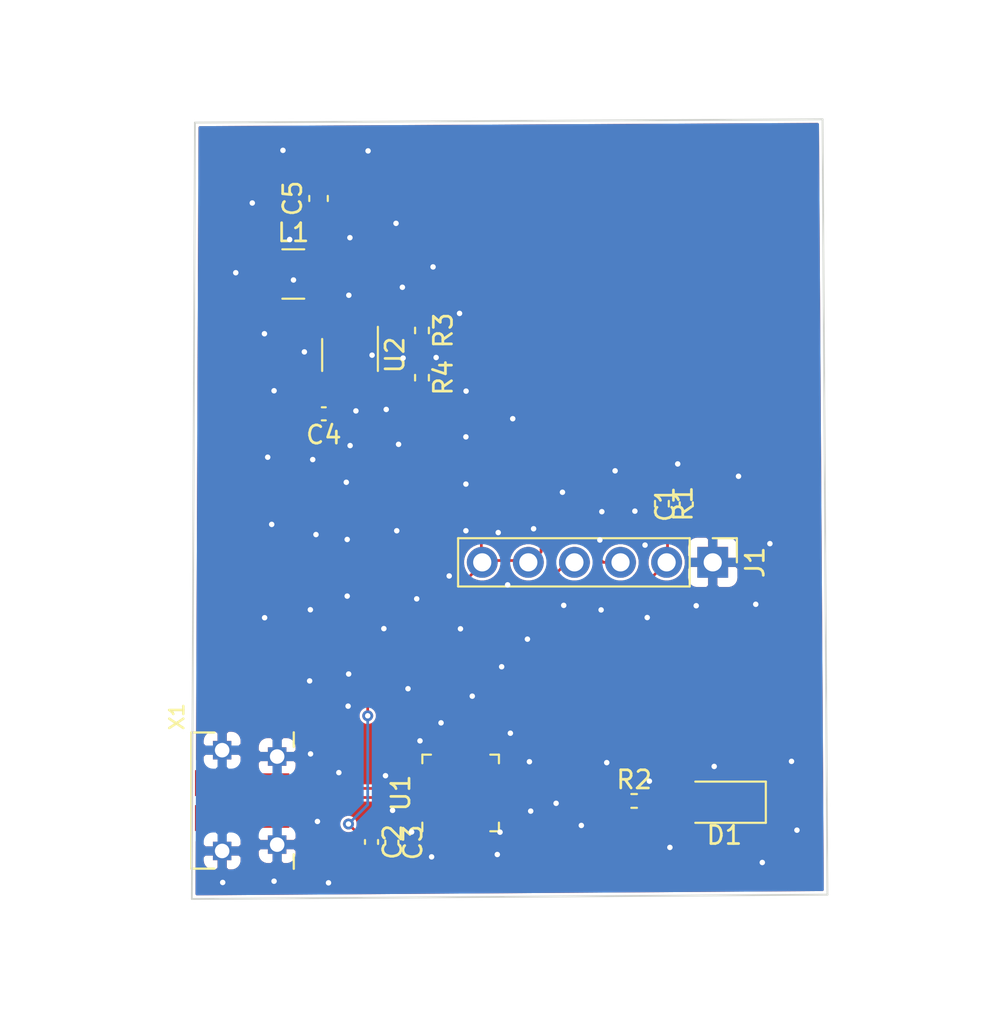
<source format=kicad_pcb>
(kicad_pcb (version 20171130) (host pcbnew 5.99.0+really5.1.10+dfsg1-1)

  (general
    (thickness 1.6)
    (drawings 4)
    (tracks 173)
    (zones 0)
    (modules 15)
    (nets 30)
  )

  (page A4)
  (layers
    (0 F.Cu signal)
    (31 B.Cu signal)
    (32 B.Adhes user)
    (33 F.Adhes user)
    (34 B.Paste user)
    (35 F.Paste user)
    (36 B.SilkS user)
    (37 F.SilkS user)
    (38 B.Mask user)
    (39 F.Mask user)
    (40 Dwgs.User user)
    (41 Cmts.User user)
    (42 Eco1.User user)
    (43 Eco2.User user)
    (44 Edge.Cuts user)
    (45 Margin user)
    (46 B.CrtYd user)
    (47 F.CrtYd user)
    (48 B.Fab user)
    (49 F.Fab user)
  )

  (setup
    (last_trace_width 0.15)
    (trace_clearance 0.15)
    (zone_clearance 0.508)
    (zone_45_only no)
    (trace_min 0.15)
    (via_size 0.6)
    (via_drill 0.3)
    (via_min_size 0.4)
    (via_min_drill 0.2)
    (uvia_size 0.3)
    (uvia_drill 0.1)
    (uvias_allowed no)
    (uvia_min_size 0.2)
    (uvia_min_drill 0.1)
    (edge_width 0.05)
    (segment_width 0.2)
    (pcb_text_width 0.3)
    (pcb_text_size 1.5 1.5)
    (mod_edge_width 0.12)
    (mod_text_size 1 1)
    (mod_text_width 0.15)
    (pad_size 1.524 1.524)
    (pad_drill 0.762)
    (pad_to_mask_clearance 0)
    (aux_axis_origin 0 0)
    (visible_elements FFFFFF7F)
    (pcbplotparams
      (layerselection 0x010f0_ffffffff)
      (usegerberextensions false)
      (usegerberattributes true)
      (usegerberadvancedattributes true)
      (creategerberjobfile true)
      (excludeedgelayer true)
      (linewidth 0.100000)
      (plotframeref false)
      (viasonmask false)
      (mode 1)
      (useauxorigin false)
      (hpglpennumber 1)
      (hpglpenspeed 20)
      (hpglpendiameter 15.000000)
      (psnegative false)
      (psa4output false)
      (plotreference true)
      (plotvalue true)
      (plotinvisibletext false)
      (padsonsilk false)
      (subtractmaskfromsilk false)
      (outputformat 1)
      (mirror false)
      (drillshape 0)
      (scaleselection 1)
      (outputdirectory "../gerber/"))
  )

  (net 0 "")
  (net 1 GND)
  (net 2 swd_rst)
  (net 3 +3V3)
  (net 4 +5V)
  (net 5 "Net-(D1-Pad2)")
  (net 6 swd_clk)
  (net 7 swd_io)
  (net 8 "Net-(L1-Pad2)")
  (net 9 led_mcu)
  (net 10 "Net-(R3-Pad2)")
  (net 11 "Net-(U1-Pad22)")
  (net 12 "Net-(U1-Pad21)")
  (net 13 "Net-(U1-Pad17)")
  (net 14 "Net-(U1-Pad16)")
  (net 15 "Net-(U1-Pad15)")
  (net 16 "Net-(U1-Pad14)")
  (net 17 "Net-(U1-Pad13)")
  (net 18 "Net-(U1-Pad12)")
  (net 19 "Net-(U1-Pad10)")
  (net 20 "Net-(U1-Pad9)")
  (net 21 "Net-(U1-Pad8)")
  (net 22 "Net-(U1-Pad7)")
  (net 23 "Net-(U1-Pad6)")
  (net 24 "Net-(U1-Pad5)")
  (net 25 "Net-(U1-Pad4)")
  (net 26 "Net-(U1-Pad3)")
  (net 27 "Net-(U1-Pad2)")
  (net 28 "Net-(U1-Pad1)")
  (net 29 "Net-(X1-PadID)")

  (net_class Default "This is the default net class."
    (clearance 0.15)
    (trace_width 0.15)
    (via_dia 0.6)
    (via_drill 0.3)
    (uvia_dia 0.3)
    (uvia_drill 0.1)
    (add_net +3V3)
    (add_net +5V)
    (add_net GND)
    (add_net "Net-(D1-Pad2)")
    (add_net "Net-(L1-Pad2)")
    (add_net "Net-(R3-Pad2)")
    (add_net "Net-(U1-Pad1)")
    (add_net "Net-(U1-Pad10)")
    (add_net "Net-(U1-Pad12)")
    (add_net "Net-(U1-Pad13)")
    (add_net "Net-(U1-Pad14)")
    (add_net "Net-(U1-Pad15)")
    (add_net "Net-(U1-Pad16)")
    (add_net "Net-(U1-Pad17)")
    (add_net "Net-(U1-Pad2)")
    (add_net "Net-(U1-Pad21)")
    (add_net "Net-(U1-Pad22)")
    (add_net "Net-(U1-Pad3)")
    (add_net "Net-(U1-Pad4)")
    (add_net "Net-(U1-Pad5)")
    (add_net "Net-(U1-Pad6)")
    (add_net "Net-(U1-Pad7)")
    (add_net "Net-(U1-Pad8)")
    (add_net "Net-(U1-Pad9)")
    (add_net "Net-(X1-PadID)")
    (add_net led_mcu)
    (add_net swd_clk)
    (add_net swd_io)
    (add_net swd_rst)
  )

  (module kifootp:FCI_10103594_MILL (layer F.Cu) (tedit 0) (tstamp 60B05266)
    (at 99.3 74.52 270)
    (path /60AFE510/5E5FC52E)
    (fp_text reference X1 (at -3.794 1.2419 270) (layer F.SilkS)
      (effects (font (size 0.77216 0.77216) (thickness 0.138988)) (justify left top))
    )
    (fp_text value USBFCI_10103594_MILL (at -3.794 1.9523 270) (layer F.Fab)
      (effects (font (size 0.38608 0.38608) (thickness 0.038608)) (justify left top))
    )
    (fp_text user "PCB EDGE" (at 0.2159 -0.3053 90) (layer F.Fab)
      (effects (font (size 0.38608 0.38608) (thickness 0.065024)))
    )
    (fp_line (start -3.7573 -5.6466) (end -2.9573 -5.6466) (layer F.SilkS) (width 0.127))
    (fp_line (start 2.9573 -5.6466) (end 3.7573 -5.6466) (layer F.SilkS) (width 0.127))
    (fp_line (start -3.75 -1.27) (end -3.75 0) (layer F.SilkS) (width 0.127))
    (fp_line (start -3.75 0) (end 3.75 0) (layer F.SilkS) (width 0.127))
    (fp_line (start 3.75 0) (end 3.75 -1.27) (layer F.SilkS) (width 0.127))
    (fp_poly (pts (xy -3.8365 -5.3965) (xy -1.963496 -5.3965) (xy -1.963496 -4.0635) (xy -3.8365 -4.0635)) (layer Dwgs.User) (width 0))
    (fp_line (start -3.75 0) (end 3.75 0) (layer F.Fab) (width 0.127))
    (fp_poly (pts (xy -4.0005 -3.8989) (xy -1.8034 -3.8989) (xy -1.8034 -5.5626) (xy -4.0005 -5.5626)) (layer F.Mask) (width 0))
    (fp_poly (pts (xy -4.0005 -3.8989) (xy -1.8034 -3.8989) (xy -1.8034 -5.5626) (xy -4.0005 -5.5626)) (layer B.Mask) (width 0))
    (fp_poly (pts (xy 1.8034 -3.8989) (xy 4.0005 -3.8989) (xy 4.0005 -5.5626) (xy 1.8034 -5.5626)) (layer F.Mask) (width 0))
    (fp_poly (pts (xy 1.8034 -3.8989) (xy 4.0005 -3.8989) (xy 4.0005 -5.5626) (xy 1.8034 -5.5626)) (layer B.Mask) (width 0))
    (fp_poly (pts (xy -1.9558 -3.8481) (xy -1.9558 -0.8763) (xy -1.982315 -0.721592) (xy -2.055339 -0.58265)
      (xy -2.167725 -0.473074) (xy -2.4638 -0.381) (xy -2.9718 -0.381) (xy -3.124856 -0.405242)
      (xy -3.26293 -0.475594) (xy -3.372506 -0.58517) (xy -3.4671 -0.8763) (xy -3.4671 -2.9464)
      (xy -4.0005 -2.9464) (xy -4.0005 -3.8481)) (layer F.Mask) (width 0))
    (fp_poly (pts (xy 1.9558 -3.8481) (xy 1.9558 -0.8763) (xy 1.982315 -0.721592) (xy 2.055339 -0.58265)
      (xy 2.167725 -0.473074) (xy 2.4638 -0.381) (xy 2.9718 -0.381) (xy 3.124856 -0.405242)
      (xy 3.26293 -0.475594) (xy 3.372506 -0.58517) (xy 3.4671 -0.8763) (xy 3.4671 -2.9464)
      (xy 4.0005 -2.9464) (xy 4.0005 -3.8481)) (layer F.Mask) (width 0))
    (fp_poly (pts (xy 1.9558 -3.8481) (xy 1.9558 -0.8763) (xy 1.982315 -0.721592) (xy 2.055339 -0.58265)
      (xy 2.167725 -0.473074) (xy 2.4638 -0.381) (xy 2.9718 -0.381) (xy 3.124856 -0.405242)
      (xy 3.26293 -0.475594) (xy 3.372506 -0.58517) (xy 3.4671 -0.8763) (xy 3.4671 -2.9464)
      (xy 4.0005 -2.9464) (xy 4.0005 -3.8481)) (layer B.Mask) (width 0))
    (fp_poly (pts (xy -1.9558 -3.8481) (xy -1.9558 -0.8763) (xy -1.982315 -0.721592) (xy -2.055339 -0.58265)
      (xy -2.167725 -0.473074) (xy -2.4638 -0.381) (xy -2.9718 -0.381) (xy -3.124856 -0.405242)
      (xy -3.26293 -0.475594) (xy -3.372506 -0.58517) (xy -3.4671 -0.8763) (xy -3.4671 -2.9464)
      (xy -4.0005 -2.9464) (xy -4.0005 -3.8481)) (layer B.Mask) (width 0))
    (fp_poly (pts (xy 2.1336 -3.67665) (xy 2.1336 -0.8636) (xy 2.168455 -0.739171) (xy 2.248274 -0.637553)
      (xy 2.4892 -0.5588) (xy 2.9718 -0.5588) (xy 3.100109 -0.586848) (xy 3.207917 -0.661863)
      (xy 3.278812 -0.772425) (xy 3.302 -0.9017) (xy 3.302 -3.1115) (xy 3.8354 -3.1115)
      (xy 3.8354 -3.67665)) (layer Dwgs.User) (width 0))
    (fp_poly (pts (xy 3.84285 -4.065) (xy 1.963496 -4.065) (xy 1.963496 -5.398) (xy 3.84285 -5.398)) (layer Dwgs.User) (width 0))
    (fp_poly (pts (xy -3.8365 -5.3965) (xy -1.963496 -5.3965) (xy -1.963496 -4.0635) (xy -3.8365 -4.0635)) (layer Dwgs.User) (width 0))
    (fp_poly (pts (xy 3.84285 -4.065) (xy 1.963496 -4.065) (xy 1.963496 -5.398) (xy 3.84285 -5.398)) (layer Dwgs.User) (width 0))
    (fp_poly (pts (xy 2.1336 -3.67665) (xy 2.1336 -0.8636) (xy 2.168455 -0.739171) (xy 2.248274 -0.637553)
      (xy 2.4892 -0.5588) (xy 2.9718 -0.5588) (xy 3.100109 -0.586848) (xy 3.207917 -0.661863)
      (xy 3.278812 -0.772425) (xy 3.302 -0.9017) (xy 3.302 -3.1115) (xy 3.8354 -3.1115)
      (xy 3.8354 -3.67665)) (layer Dwgs.User) (width 0))
    (fp_poly (pts (xy -2.1336 -3.67665) (xy -2.1336 -0.8636) (xy -2.168455 -0.739171) (xy -2.248274 -0.637553)
      (xy -2.4892 -0.5588) (xy -2.9718 -0.5588) (xy -3.100109 -0.586848) (xy -3.207917 -0.661863)
      (xy -3.278812 -0.772425) (xy -3.302 -0.9017) (xy -3.302 -3.1115) (xy -3.8354 -3.1115)
      (xy -3.8354 -3.67665)) (layer Dwgs.User) (width 0))
    (fp_poly (pts (xy -2.1336 -3.67665) (xy -2.1336 -0.8636) (xy -2.168455 -0.739171) (xy -2.248274 -0.637553)
      (xy -2.4892 -0.5588) (xy -2.9718 -0.5588) (xy -3.100109 -0.586848) (xy -3.207917 -0.661863)
      (xy -3.278812 -0.772425) (xy -3.302 -0.9017) (xy -3.302 -3.1115) (xy -3.8354 -3.1115)
      (xy -3.8354 -3.67665)) (layer Dwgs.User) (width 0))
    (fp_poly (pts (xy -3.8735 -4.064) (xy -1.905 -4.064) (xy -1.905 -5.3975) (xy -3.8735 -5.3975)) (layer F.Paste) (width 0))
    (fp_poly (pts (xy 1.905 -4.064) (xy 3.8735 -4.064) (xy 3.8735 -5.3975) (xy 1.905 -5.3975)) (layer F.Paste) (width 0))
    (fp_poly (pts (xy -3.3655 -0.889) (xy -2.0955 -0.889) (xy -2.0955 -3.683) (xy -3.3655 -3.683)) (layer F.Paste) (width 0))
    (fp_poly (pts (xy -3.8735 -3.1115) (xy -2.0955 -3.1115) (xy -2.0955 -3.683) (xy -3.8735 -3.683)) (layer F.Paste) (width 0))
    (fp_poly (pts (xy 2.0955 -3.1115) (xy 3.8735 -3.1115) (xy 3.8735 -3.683) (xy 2.0955 -3.683)) (layer F.Paste) (width 0))
    (fp_poly (pts (xy 2.0955 -0.889) (xy 3.3655 -0.889) (xy 3.3655 -3.683) (xy 2.0955 -3.683)) (layer F.Paste) (width 0))
    (fp_line (start -2.4257 -4.880103) (end -2.4257 -4.579975) (layer Dwgs.User) (width 0.8001))
    (fp_line (start 2.4257 -4.880103) (end 2.4257 -4.579975) (layer Dwgs.User) (width 0.8001))
    (fp_line (start -2.77495 -1.925015) (end -2.77495 -1.475028) (layer Dwgs.User) (width 0.8001))
    (fp_line (start 2.77495 -1.925015) (end 2.77495 -1.475028) (layer Dwgs.User) (width 0.8001))
    (pad SPRT@4 thru_hole rect (at 2.4257 -4.729987 270) (size 1.016 1.016) (drill 0.8001) (layers *.Cu *.Mask)
      (net 1 GND) (solder_mask_margin 0.0508))
    (pad SPRT@3 thru_hole rect (at -2.4257 -4.729987 270) (size 1.016 1.016) (drill 0.8001) (layers *.Cu *.Mask)
      (net 1 GND) (solder_mask_margin 0.0508))
    (pad SPRT@2 thru_hole rect (at 2.77495 -1.700021 270) (size 1.016 1.016) (drill 0.8001) (layers *.Cu *.Mask)
      (net 1 GND) (solder_mask_margin 0.0508))
    (pad SPRT@1 thru_hole rect (at -2.77495 -1.700021 270) (size 1.016 1.016) (drill 0.8001) (layers *.Cu *.Mask)
      (net 1 GND) (solder_mask_margin 0.0508))
    (pad VBUS smd rect (at -1.3 -4.525 270) (size 0.4 1.75) (layers F.Cu F.Paste F.Mask)
      (net 4 +5V) (solder_mask_margin 0.0508))
    (pad GND smd rect (at 1.3 -4.525 270) (size 0.4 1.75) (layers F.Cu F.Paste F.Mask)
      (net 1 GND) (solder_mask_margin 0.0508))
    (pad D- smd rect (at -0.650012 -4.525 270) (size 0.4 1.75) (layers F.Cu F.Paste F.Mask)
      (net 12 "Net-(U1-Pad21)") (solder_mask_margin 0.0508))
    (pad ID smd rect (at 0.650012 -4.525 270) (size 0.4 1.75) (layers F.Cu F.Paste F.Mask)
      (net 29 "Net-(X1-PadID)") (solder_mask_margin 0.0508))
    (pad D+ smd rect (at 0 -4.525 270) (size 0.4 1.75) (layers F.Cu F.Paste F.Mask)
      (net 11 "Net-(U1-Pad22)") (solder_mask_margin 0.0508))
    (pad BASE@1 smd rect (at -0.9625 -1.45) (size 2.499993 1.42494) (layers F.Cu F.Paste F.Mask)
      (net 1 GND) (solder_mask_margin 0.0508))
    (pad BASE@2 smd rect (at 0.9625 -1.45) (size 2.499993 1.42494) (layers F.Cu F.Paste F.Mask)
      (net 1 GND) (solder_mask_margin 0.0508))
  )

  (module Package_TO_SOT_SMD:TSOT-23-5 (layer F.Cu) (tedit 5A02FF57) (tstamp 60B05236)
    (at 108.07 49.98 270)
    (descr "5-pin TSOT23 package, http://cds.linear.com/docs/en/packaging/SOT_5_05-08-1635.pdf")
    (tags TSOT-23-5)
    (path /60AFE52F/60ADFBDE)
    (attr smd)
    (fp_text reference U2 (at 0 -2.45 90) (layer F.SilkS)
      (effects (font (size 1 1) (thickness 0.15)))
    )
    (fp_text value LTC3406ES5 (at 0 2.5 90) (layer F.Fab)
      (effects (font (size 1 1) (thickness 0.15)))
    )
    (fp_text user %R (at 0 0) (layer F.Fab)
      (effects (font (size 0.5 0.5) (thickness 0.075)))
    )
    (fp_line (start -0.88 1.56) (end 0.88 1.56) (layer F.SilkS) (width 0.12))
    (fp_line (start 0.88 -1.51) (end -1.55 -1.51) (layer F.SilkS) (width 0.12))
    (fp_line (start -0.88 -1) (end -0.43 -1.45) (layer F.Fab) (width 0.1))
    (fp_line (start 0.88 -1.45) (end -0.43 -1.45) (layer F.Fab) (width 0.1))
    (fp_line (start -0.88 -1) (end -0.88 1.45) (layer F.Fab) (width 0.1))
    (fp_line (start 0.88 1.45) (end -0.88 1.45) (layer F.Fab) (width 0.1))
    (fp_line (start 0.88 -1.45) (end 0.88 1.45) (layer F.Fab) (width 0.1))
    (fp_line (start -2.17 -1.7) (end 2.17 -1.7) (layer F.CrtYd) (width 0.05))
    (fp_line (start -2.17 -1.7) (end -2.17 1.7) (layer F.CrtYd) (width 0.05))
    (fp_line (start 2.17 1.7) (end 2.17 -1.7) (layer F.CrtYd) (width 0.05))
    (fp_line (start 2.17 1.7) (end -2.17 1.7) (layer F.CrtYd) (width 0.05))
    (pad 5 smd rect (at 1.31 -0.95 270) (size 1.22 0.65) (layers F.Cu F.Paste F.Mask)
      (net 10 "Net-(R3-Pad2)"))
    (pad 4 smd rect (at 1.31 0.95 270) (size 1.22 0.65) (layers F.Cu F.Paste F.Mask)
      (net 4 +5V))
    (pad 3 smd rect (at -1.31 0.95 270) (size 1.22 0.65) (layers F.Cu F.Paste F.Mask)
      (net 8 "Net-(L1-Pad2)"))
    (pad 2 smd rect (at -1.31 0 270) (size 1.22 0.65) (layers F.Cu F.Paste F.Mask)
      (net 1 GND))
    (pad 1 smd rect (at -1.31 -0.95 270) (size 1.22 0.65) (layers F.Cu F.Paste F.Mask)
      (net 4 +5V))
    (model ${KISYS3DMOD}/Package_TO_SOT_SMD.3dshapes/TSOT-23-5.wrl
      (at (xyz 0 0 0))
      (scale (xyz 1 1 1))
      (rotate (xyz 0 0 0))
    )
  )

  (module Package_DFN_QFN:QFN-24-1EP_4x4mm_P0.5mm_EP2.6x2.6mm (layer F.Cu) (tedit 5DC5F6A3) (tstamp 60B05221)
    (at 114.14 74.1 90)
    (descr "QFN, 24 Pin (http://ww1.microchip.com/downloads/en/PackagingSpec/00000049BQ.pdf#page=278), generated with kicad-footprint-generator ipc_noLead_generator.py")
    (tags "QFN NoLead")
    (path /60AFE510/60B09C8F)
    (attr smd)
    (fp_text reference U1 (at 0 -3.3 90) (layer F.SilkS)
      (effects (font (size 1 1) (thickness 0.15)))
    )
    (fp_text value ATSAMD11D14A-M (at 0 3.3 90) (layer F.Fab)
      (effects (font (size 1 1) (thickness 0.15)))
    )
    (fp_text user %R (at 0 0 90) (layer F.Fab)
      (effects (font (size 1 1) (thickness 0.15)))
    )
    (fp_line (start 1.635 -2.11) (end 2.11 -2.11) (layer F.SilkS) (width 0.12))
    (fp_line (start 2.11 -2.11) (end 2.11 -1.635) (layer F.SilkS) (width 0.12))
    (fp_line (start -1.635 2.11) (end -2.11 2.11) (layer F.SilkS) (width 0.12))
    (fp_line (start -2.11 2.11) (end -2.11 1.635) (layer F.SilkS) (width 0.12))
    (fp_line (start 1.635 2.11) (end 2.11 2.11) (layer F.SilkS) (width 0.12))
    (fp_line (start 2.11 2.11) (end 2.11 1.635) (layer F.SilkS) (width 0.12))
    (fp_line (start -1.635 -2.11) (end -2.11 -2.11) (layer F.SilkS) (width 0.12))
    (fp_line (start -1 -2) (end 2 -2) (layer F.Fab) (width 0.1))
    (fp_line (start 2 -2) (end 2 2) (layer F.Fab) (width 0.1))
    (fp_line (start 2 2) (end -2 2) (layer F.Fab) (width 0.1))
    (fp_line (start -2 2) (end -2 -1) (layer F.Fab) (width 0.1))
    (fp_line (start -2 -1) (end -1 -2) (layer F.Fab) (width 0.1))
    (fp_line (start -2.6 -2.6) (end -2.6 2.6) (layer F.CrtYd) (width 0.05))
    (fp_line (start -2.6 2.6) (end 2.6 2.6) (layer F.CrtYd) (width 0.05))
    (fp_line (start 2.6 2.6) (end 2.6 -2.6) (layer F.CrtYd) (width 0.05))
    (fp_line (start 2.6 -2.6) (end -2.6 -2.6) (layer F.CrtYd) (width 0.05))
    (pad "" smd roundrect (at 0.65 0.65 90) (size 1.05 1.05) (layers F.Paste) (roundrect_rratio 0.238095))
    (pad "" smd roundrect (at 0.65 -0.65 90) (size 1.05 1.05) (layers F.Paste) (roundrect_rratio 0.238095))
    (pad "" smd roundrect (at -0.65 0.65 90) (size 1.05 1.05) (layers F.Paste) (roundrect_rratio 0.238095))
    (pad "" smd roundrect (at -0.65 -0.65 90) (size 1.05 1.05) (layers F.Paste) (roundrect_rratio 0.238095))
    (pad 25 smd rect (at 0 0 90) (size 2.6 2.6) (layers F.Cu F.Mask))
    (pad 24 smd roundrect (at -1.25 -1.9375 90) (size 0.25 0.825) (layers F.Cu F.Paste F.Mask) (roundrect_rratio 0.25)
      (net 3 +3V3))
    (pad 23 smd roundrect (at -0.75 -1.9375 90) (size 0.25 0.825) (layers F.Cu F.Paste F.Mask) (roundrect_rratio 0.25)
      (net 1 GND))
    (pad 22 smd roundrect (at -0.25 -1.9375 90) (size 0.25 0.825) (layers F.Cu F.Paste F.Mask) (roundrect_rratio 0.25)
      (net 11 "Net-(U1-Pad22)"))
    (pad 21 smd roundrect (at 0.25 -1.9375 90) (size 0.25 0.825) (layers F.Cu F.Paste F.Mask) (roundrect_rratio 0.25)
      (net 12 "Net-(U1-Pad21)"))
    (pad 20 smd roundrect (at 0.75 -1.9375 90) (size 0.25 0.825) (layers F.Cu F.Paste F.Mask) (roundrect_rratio 0.25)
      (net 7 swd_io))
    (pad 19 smd roundrect (at 1.25 -1.9375 90) (size 0.25 0.825) (layers F.Cu F.Paste F.Mask) (roundrect_rratio 0.25)
      (net 6 swd_clk))
    (pad 18 smd roundrect (at 1.9375 -1.25 90) (size 0.825 0.25) (layers F.Cu F.Paste F.Mask) (roundrect_rratio 0.25)
      (net 2 swd_rst))
    (pad 17 smd roundrect (at 1.9375 -0.75 90) (size 0.825 0.25) (layers F.Cu F.Paste F.Mask) (roundrect_rratio 0.25)
      (net 13 "Net-(U1-Pad17)"))
    (pad 16 smd roundrect (at 1.9375 -0.25 90) (size 0.825 0.25) (layers F.Cu F.Paste F.Mask) (roundrect_rratio 0.25)
      (net 14 "Net-(U1-Pad16)"))
    (pad 15 smd roundrect (at 1.9375 0.25 90) (size 0.825 0.25) (layers F.Cu F.Paste F.Mask) (roundrect_rratio 0.25)
      (net 15 "Net-(U1-Pad15)"))
    (pad 14 smd roundrect (at 1.9375 0.75 90) (size 0.825 0.25) (layers F.Cu F.Paste F.Mask) (roundrect_rratio 0.25)
      (net 16 "Net-(U1-Pad14)"))
    (pad 13 smd roundrect (at 1.9375 1.25 90) (size 0.825 0.25) (layers F.Cu F.Paste F.Mask) (roundrect_rratio 0.25)
      (net 17 "Net-(U1-Pad13)"))
    (pad 12 smd roundrect (at 1.25 1.9375 90) (size 0.25 0.825) (layers F.Cu F.Paste F.Mask) (roundrect_rratio 0.25)
      (net 18 "Net-(U1-Pad12)"))
    (pad 11 smd roundrect (at 0.75 1.9375 90) (size 0.25 0.825) (layers F.Cu F.Paste F.Mask) (roundrect_rratio 0.25)
      (net 9 led_mcu))
    (pad 10 smd roundrect (at 0.25 1.9375 90) (size 0.25 0.825) (layers F.Cu F.Paste F.Mask) (roundrect_rratio 0.25)
      (net 19 "Net-(U1-Pad10)"))
    (pad 9 smd roundrect (at -0.25 1.9375 90) (size 0.25 0.825) (layers F.Cu F.Paste F.Mask) (roundrect_rratio 0.25)
      (net 20 "Net-(U1-Pad9)"))
    (pad 8 smd roundrect (at -0.75 1.9375 90) (size 0.25 0.825) (layers F.Cu F.Paste F.Mask) (roundrect_rratio 0.25)
      (net 21 "Net-(U1-Pad8)"))
    (pad 7 smd roundrect (at -1.25 1.9375 90) (size 0.25 0.825) (layers F.Cu F.Paste F.Mask) (roundrect_rratio 0.25)
      (net 22 "Net-(U1-Pad7)"))
    (pad 6 smd roundrect (at -1.9375 1.25 90) (size 0.825 0.25) (layers F.Cu F.Paste F.Mask) (roundrect_rratio 0.25)
      (net 23 "Net-(U1-Pad6)"))
    (pad 5 smd roundrect (at -1.9375 0.75 90) (size 0.825 0.25) (layers F.Cu F.Paste F.Mask) (roundrect_rratio 0.25)
      (net 24 "Net-(U1-Pad5)"))
    (pad 4 smd roundrect (at -1.9375 0.25 90) (size 0.825 0.25) (layers F.Cu F.Paste F.Mask) (roundrect_rratio 0.25)
      (net 25 "Net-(U1-Pad4)"))
    (pad 3 smd roundrect (at -1.9375 -0.25 90) (size 0.825 0.25) (layers F.Cu F.Paste F.Mask) (roundrect_rratio 0.25)
      (net 26 "Net-(U1-Pad3)"))
    (pad 2 smd roundrect (at -1.9375 -0.75 90) (size 0.825 0.25) (layers F.Cu F.Paste F.Mask) (roundrect_rratio 0.25)
      (net 27 "Net-(U1-Pad2)"))
    (pad 1 smd roundrect (at -1.9375 -1.25 90) (size 0.825 0.25) (layers F.Cu F.Paste F.Mask) (roundrect_rratio 0.25)
      (net 28 "Net-(U1-Pad1)"))
    (model ${KISYS3DMOD}/Package_DFN_QFN.3dshapes/QFN-24-1EP_4x4mm_P0.5mm_EP2.6x2.6mm.wrl
      (at (xyz 0 0 0))
      (scale (xyz 1 1 1))
      (rotate (xyz 0 0 0))
    )
  )

  (module Resistor_SMD:R_0402_1005Metric (layer F.Cu) (tedit 5F68FEEE) (tstamp 60B051EF)
    (at 112.01 51.23 270)
    (descr "Resistor SMD 0402 (1005 Metric), square (rectangular) end terminal, IPC_7351 nominal, (Body size source: IPC-SM-782 page 72, https://www.pcb-3d.com/wordpress/wp-content/uploads/ipc-sm-782a_amendment_1_and_2.pdf), generated with kicad-footprint-generator")
    (tags resistor)
    (path /60AFE52F/60ADFBF0)
    (attr smd)
    (fp_text reference R4 (at 0 -1.17 90) (layer F.SilkS)
      (effects (font (size 1 1) (thickness 0.15)))
    )
    (fp_text value 100kOhm (at 0 1.17 90) (layer F.Fab)
      (effects (font (size 1 1) (thickness 0.15)))
    )
    (fp_text user %R (at 0 0 90) (layer F.Fab)
      (effects (font (size 0.26 0.26) (thickness 0.04)))
    )
    (fp_line (start -0.525 0.27) (end -0.525 -0.27) (layer F.Fab) (width 0.1))
    (fp_line (start -0.525 -0.27) (end 0.525 -0.27) (layer F.Fab) (width 0.1))
    (fp_line (start 0.525 -0.27) (end 0.525 0.27) (layer F.Fab) (width 0.1))
    (fp_line (start 0.525 0.27) (end -0.525 0.27) (layer F.Fab) (width 0.1))
    (fp_line (start -0.153641 -0.38) (end 0.153641 -0.38) (layer F.SilkS) (width 0.12))
    (fp_line (start -0.153641 0.38) (end 0.153641 0.38) (layer F.SilkS) (width 0.12))
    (fp_line (start -0.93 0.47) (end -0.93 -0.47) (layer F.CrtYd) (width 0.05))
    (fp_line (start -0.93 -0.47) (end 0.93 -0.47) (layer F.CrtYd) (width 0.05))
    (fp_line (start 0.93 -0.47) (end 0.93 0.47) (layer F.CrtYd) (width 0.05))
    (fp_line (start 0.93 0.47) (end -0.93 0.47) (layer F.CrtYd) (width 0.05))
    (pad 2 smd roundrect (at 0.51 0 270) (size 0.54 0.64) (layers F.Cu F.Paste F.Mask) (roundrect_rratio 0.25)
      (net 1 GND))
    (pad 1 smd roundrect (at -0.51 0 270) (size 0.54 0.64) (layers F.Cu F.Paste F.Mask) (roundrect_rratio 0.25)
      (net 10 "Net-(R3-Pad2)"))
    (model ${KISYS3DMOD}/Resistor_SMD.3dshapes/R_0402_1005Metric.wrl
      (at (xyz 0 0 0))
      (scale (xyz 1 1 1))
      (rotate (xyz 0 0 0))
    )
  )

  (module Resistor_SMD:R_0402_1005Metric (layer F.Cu) (tedit 5F68FEEE) (tstamp 60B051DE)
    (at 112.01 48.63 270)
    (descr "Resistor SMD 0402 (1005 Metric), square (rectangular) end terminal, IPC_7351 nominal, (Body size source: IPC-SM-782 page 72, https://www.pcb-3d.com/wordpress/wp-content/uploads/ipc-sm-782a_amendment_1_and_2.pdf), generated with kicad-footprint-generator")
    (tags resistor)
    (path /60AFE52F/60ADFBEA)
    (attr smd)
    (fp_text reference R3 (at 0 -1.17 90) (layer F.SilkS)
      (effects (font (size 1 1) (thickness 0.15)))
    )
    (fp_text value 450kOhm (at 0 1.17 90) (layer F.Fab)
      (effects (font (size 1 1) (thickness 0.15)))
    )
    (fp_text user %R (at 0 0 90) (layer F.Fab)
      (effects (font (size 0.26 0.26) (thickness 0.04)))
    )
    (fp_line (start -0.525 0.27) (end -0.525 -0.27) (layer F.Fab) (width 0.1))
    (fp_line (start -0.525 -0.27) (end 0.525 -0.27) (layer F.Fab) (width 0.1))
    (fp_line (start 0.525 -0.27) (end 0.525 0.27) (layer F.Fab) (width 0.1))
    (fp_line (start 0.525 0.27) (end -0.525 0.27) (layer F.Fab) (width 0.1))
    (fp_line (start -0.153641 -0.38) (end 0.153641 -0.38) (layer F.SilkS) (width 0.12))
    (fp_line (start -0.153641 0.38) (end 0.153641 0.38) (layer F.SilkS) (width 0.12))
    (fp_line (start -0.93 0.47) (end -0.93 -0.47) (layer F.CrtYd) (width 0.05))
    (fp_line (start -0.93 -0.47) (end 0.93 -0.47) (layer F.CrtYd) (width 0.05))
    (fp_line (start 0.93 -0.47) (end 0.93 0.47) (layer F.CrtYd) (width 0.05))
    (fp_line (start 0.93 0.47) (end -0.93 0.47) (layer F.CrtYd) (width 0.05))
    (pad 2 smd roundrect (at 0.51 0 270) (size 0.54 0.64) (layers F.Cu F.Paste F.Mask) (roundrect_rratio 0.25)
      (net 10 "Net-(R3-Pad2)"))
    (pad 1 smd roundrect (at -0.51 0 270) (size 0.54 0.64) (layers F.Cu F.Paste F.Mask) (roundrect_rratio 0.25)
      (net 3 +3V3))
    (model ${KISYS3DMOD}/Resistor_SMD.3dshapes/R_0402_1005Metric.wrl
      (at (xyz 0 0 0))
      (scale (xyz 1 1 1))
      (rotate (xyz 0 0 0))
    )
  )

  (module Resistor_SMD:R_0402_1005Metric (layer F.Cu) (tedit 5F68FEEE) (tstamp 60B051CD)
    (at 123.7 74.54)
    (descr "Resistor SMD 0402 (1005 Metric), square (rectangular) end terminal, IPC_7351 nominal, (Body size source: IPC-SM-782 page 72, https://www.pcb-3d.com/wordpress/wp-content/uploads/ipc-sm-782a_amendment_1_and_2.pdf), generated with kicad-footprint-generator")
    (tags resistor)
    (path /60AFE510/5E6B28C3)
    (attr smd)
    (fp_text reference R2 (at 0 -1.17) (layer F.SilkS)
      (effects (font (size 1 1) (thickness 0.15)))
    )
    (fp_text value 10kOhm (at 0 1.17) (layer F.Fab)
      (effects (font (size 1 1) (thickness 0.15)))
    )
    (fp_text user %R (at 0 0) (layer F.Fab)
      (effects (font (size 0.26 0.26) (thickness 0.04)))
    )
    (fp_line (start -0.525 0.27) (end -0.525 -0.27) (layer F.Fab) (width 0.1))
    (fp_line (start -0.525 -0.27) (end 0.525 -0.27) (layer F.Fab) (width 0.1))
    (fp_line (start 0.525 -0.27) (end 0.525 0.27) (layer F.Fab) (width 0.1))
    (fp_line (start 0.525 0.27) (end -0.525 0.27) (layer F.Fab) (width 0.1))
    (fp_line (start -0.153641 -0.38) (end 0.153641 -0.38) (layer F.SilkS) (width 0.12))
    (fp_line (start -0.153641 0.38) (end 0.153641 0.38) (layer F.SilkS) (width 0.12))
    (fp_line (start -0.93 0.47) (end -0.93 -0.47) (layer F.CrtYd) (width 0.05))
    (fp_line (start -0.93 -0.47) (end 0.93 -0.47) (layer F.CrtYd) (width 0.05))
    (fp_line (start 0.93 -0.47) (end 0.93 0.47) (layer F.CrtYd) (width 0.05))
    (fp_line (start 0.93 0.47) (end -0.93 0.47) (layer F.CrtYd) (width 0.05))
    (pad 2 smd roundrect (at 0.51 0) (size 0.54 0.64) (layers F.Cu F.Paste F.Mask) (roundrect_rratio 0.25)
      (net 5 "Net-(D1-Pad2)"))
    (pad 1 smd roundrect (at -0.51 0) (size 0.54 0.64) (layers F.Cu F.Paste F.Mask) (roundrect_rratio 0.25)
      (net 9 led_mcu))
    (model ${KISYS3DMOD}/Resistor_SMD.3dshapes/R_0402_1005Metric.wrl
      (at (xyz 0 0 0))
      (scale (xyz 1 1 1))
      (rotate (xyz 0 0 0))
    )
  )

  (module Resistor_SMD:R_0402_1005Metric (layer F.Cu) (tedit 5F68FEEE) (tstamp 60B051BC)
    (at 125.23 58.17 270)
    (descr "Resistor SMD 0402 (1005 Metric), square (rectangular) end terminal, IPC_7351 nominal, (Body size source: IPC-SM-782 page 72, https://www.pcb-3d.com/wordpress/wp-content/uploads/ipc-sm-782a_amendment_1_and_2.pdf), generated with kicad-footprint-generator")
    (tags resistor)
    (path /60AFE510/5E9E0585)
    (attr smd)
    (fp_text reference R1 (at 0 -1.17 90) (layer F.SilkS)
      (effects (font (size 1 1) (thickness 0.15)))
    )
    (fp_text value 10kOhm (at 0 1.17 90) (layer F.Fab)
      (effects (font (size 1 1) (thickness 0.15)))
    )
    (fp_text user %R (at 0 0 90) (layer F.Fab)
      (effects (font (size 0.26 0.26) (thickness 0.04)))
    )
    (fp_line (start -0.525 0.27) (end -0.525 -0.27) (layer F.Fab) (width 0.1))
    (fp_line (start -0.525 -0.27) (end 0.525 -0.27) (layer F.Fab) (width 0.1))
    (fp_line (start 0.525 -0.27) (end 0.525 0.27) (layer F.Fab) (width 0.1))
    (fp_line (start 0.525 0.27) (end -0.525 0.27) (layer F.Fab) (width 0.1))
    (fp_line (start -0.153641 -0.38) (end 0.153641 -0.38) (layer F.SilkS) (width 0.12))
    (fp_line (start -0.153641 0.38) (end 0.153641 0.38) (layer F.SilkS) (width 0.12))
    (fp_line (start -0.93 0.47) (end -0.93 -0.47) (layer F.CrtYd) (width 0.05))
    (fp_line (start -0.93 -0.47) (end 0.93 -0.47) (layer F.CrtYd) (width 0.05))
    (fp_line (start 0.93 -0.47) (end 0.93 0.47) (layer F.CrtYd) (width 0.05))
    (fp_line (start 0.93 0.47) (end -0.93 0.47) (layer F.CrtYd) (width 0.05))
    (pad 2 smd roundrect (at 0.51 0 270) (size 0.54 0.64) (layers F.Cu F.Paste F.Mask) (roundrect_rratio 0.25)
      (net 2 swd_rst))
    (pad 1 smd roundrect (at -0.51 0 270) (size 0.54 0.64) (layers F.Cu F.Paste F.Mask) (roundrect_rratio 0.25)
      (net 3 +3V3))
    (model ${KISYS3DMOD}/Resistor_SMD.3dshapes/R_0402_1005Metric.wrl
      (at (xyz 0 0 0))
      (scale (xyz 1 1 1))
      (rotate (xyz 0 0 0))
    )
  )

  (module Inductor_SMD:L_1210_3225Metric (layer F.Cu) (tedit 5F68FEF0) (tstamp 60B051AB)
    (at 104.92 45.52)
    (descr "Inductor SMD 1210 (3225 Metric), square (rectangular) end terminal, IPC_7351 nominal, (Body size source: http://www.tortai-tech.com/upload/download/2011102023233369053.pdf), generated with kicad-footprint-generator")
    (tags inductor)
    (path /60AFE52F/60ADFBE4)
    (attr smd)
    (fp_text reference L1 (at 0 -2.28) (layer F.SilkS)
      (effects (font (size 1 1) (thickness 0.15)))
    )
    (fp_text value L (at 0 2.28) (layer F.Fab)
      (effects (font (size 1 1) (thickness 0.15)))
    )
    (fp_text user %R (at 0 0) (layer F.Fab)
      (effects (font (size 0.8 0.8) (thickness 0.12)))
    )
    (fp_line (start -1.6 1.25) (end -1.6 -1.25) (layer F.Fab) (width 0.1))
    (fp_line (start -1.6 -1.25) (end 1.6 -1.25) (layer F.Fab) (width 0.1))
    (fp_line (start 1.6 -1.25) (end 1.6 1.25) (layer F.Fab) (width 0.1))
    (fp_line (start 1.6 1.25) (end -1.6 1.25) (layer F.Fab) (width 0.1))
    (fp_line (start -0.602064 -1.36) (end 0.602064 -1.36) (layer F.SilkS) (width 0.12))
    (fp_line (start -0.602064 1.36) (end 0.602064 1.36) (layer F.SilkS) (width 0.12))
    (fp_line (start -2.28 1.58) (end -2.28 -1.58) (layer F.CrtYd) (width 0.05))
    (fp_line (start -2.28 -1.58) (end 2.28 -1.58) (layer F.CrtYd) (width 0.05))
    (fp_line (start 2.28 -1.58) (end 2.28 1.58) (layer F.CrtYd) (width 0.05))
    (fp_line (start 2.28 1.58) (end -2.28 1.58) (layer F.CrtYd) (width 0.05))
    (pad 2 smd roundrect (at 1.4 0) (size 1.25 2.65) (layers F.Cu F.Paste F.Mask) (roundrect_rratio 0.2)
      (net 8 "Net-(L1-Pad2)"))
    (pad 1 smd roundrect (at -1.4 0) (size 1.25 2.65) (layers F.Cu F.Paste F.Mask) (roundrect_rratio 0.2)
      (net 3 +3V3))
    (model ${KISYS3DMOD}/Inductor_SMD.3dshapes/L_1210_3225Metric.wrl
      (at (xyz 0 0 0))
      (scale (xyz 1 1 1))
      (rotate (xyz 0 0 0))
    )
  )

  (module Connector_PinHeader_2.54mm:PinHeader_1x06_P2.54mm_Vertical (layer F.Cu) (tedit 59FED5CC) (tstamp 60B0519A)
    (at 128.03 61.4 270)
    (descr "Through hole straight pin header, 1x06, 2.54mm pitch, single row")
    (tags "Through hole pin header THT 1x06 2.54mm single row")
    (path /60AFE510/5E67B166)
    (fp_text reference J1 (at 0 -2.33 90) (layer F.SilkS)
      (effects (font (size 1 1) (thickness 0.15)))
    )
    (fp_text value Conn_01x06_Male (at 0 15.03 90) (layer F.Fab)
      (effects (font (size 1 1) (thickness 0.15)))
    )
    (fp_text user %R (at 0 6.35) (layer F.Fab)
      (effects (font (size 1 1) (thickness 0.15)))
    )
    (fp_line (start -0.635 -1.27) (end 1.27 -1.27) (layer F.Fab) (width 0.1))
    (fp_line (start 1.27 -1.27) (end 1.27 13.97) (layer F.Fab) (width 0.1))
    (fp_line (start 1.27 13.97) (end -1.27 13.97) (layer F.Fab) (width 0.1))
    (fp_line (start -1.27 13.97) (end -1.27 -0.635) (layer F.Fab) (width 0.1))
    (fp_line (start -1.27 -0.635) (end -0.635 -1.27) (layer F.Fab) (width 0.1))
    (fp_line (start -1.33 14.03) (end 1.33 14.03) (layer F.SilkS) (width 0.12))
    (fp_line (start -1.33 1.27) (end -1.33 14.03) (layer F.SilkS) (width 0.12))
    (fp_line (start 1.33 1.27) (end 1.33 14.03) (layer F.SilkS) (width 0.12))
    (fp_line (start -1.33 1.27) (end 1.33 1.27) (layer F.SilkS) (width 0.12))
    (fp_line (start -1.33 0) (end -1.33 -1.33) (layer F.SilkS) (width 0.12))
    (fp_line (start -1.33 -1.33) (end 0 -1.33) (layer F.SilkS) (width 0.12))
    (fp_line (start -1.8 -1.8) (end -1.8 14.5) (layer F.CrtYd) (width 0.05))
    (fp_line (start -1.8 14.5) (end 1.8 14.5) (layer F.CrtYd) (width 0.05))
    (fp_line (start 1.8 14.5) (end 1.8 -1.8) (layer F.CrtYd) (width 0.05))
    (fp_line (start 1.8 -1.8) (end -1.8 -1.8) (layer F.CrtYd) (width 0.05))
    (pad 6 thru_hole oval (at 0 12.7 270) (size 1.7 1.7) (drill 1) (layers *.Cu *.Mask)
      (net 3 +3V3))
    (pad 5 thru_hole oval (at 0 10.16 270) (size 1.7 1.7) (drill 1) (layers *.Cu *.Mask)
      (net 3 +3V3))
    (pad 4 thru_hole oval (at 0 7.62 270) (size 1.7 1.7) (drill 1) (layers *.Cu *.Mask)
      (net 6 swd_clk))
    (pad 3 thru_hole oval (at 0 5.08 270) (size 1.7 1.7) (drill 1) (layers *.Cu *.Mask)
      (net 7 swd_io))
    (pad 2 thru_hole oval (at 0 2.54 270) (size 1.7 1.7) (drill 1) (layers *.Cu *.Mask)
      (net 2 swd_rst))
    (pad 1 thru_hole rect (at 0 0 270) (size 1.7 1.7) (drill 1) (layers *.Cu *.Mask)
      (net 1 GND))
    (model ${KISYS3DMOD}/Connector_PinHeader_2.54mm.3dshapes/PinHeader_1x06_P2.54mm_Vertical.wrl
      (at (xyz 0 0 0))
      (scale (xyz 1 1 1))
      (rotate (xyz 0 0 0))
    )
  )

  (module LED_SMD:LED_1206_3216Metric (layer F.Cu) (tedit 5F68FEF1) (tstamp 60B05180)
    (at 128.67 74.61 180)
    (descr "LED SMD 1206 (3216 Metric), square (rectangular) end terminal, IPC_7351 nominal, (Body size source: http://www.tortai-tech.com/upload/download/2011102023233369053.pdf), generated with kicad-footprint-generator")
    (tags LED)
    (path /60AFE510/5E6B28C9)
    (attr smd)
    (fp_text reference D1 (at 0 -1.82) (layer F.SilkS)
      (effects (font (size 1 1) (thickness 0.15)))
    )
    (fp_text value LED (at 0 1.82) (layer F.Fab)
      (effects (font (size 1 1) (thickness 0.15)))
    )
    (fp_text user %R (at 0 0) (layer F.Fab)
      (effects (font (size 0.8 0.8) (thickness 0.12)))
    )
    (fp_line (start 1.6 -0.8) (end -1.2 -0.8) (layer F.Fab) (width 0.1))
    (fp_line (start -1.2 -0.8) (end -1.6 -0.4) (layer F.Fab) (width 0.1))
    (fp_line (start -1.6 -0.4) (end -1.6 0.8) (layer F.Fab) (width 0.1))
    (fp_line (start -1.6 0.8) (end 1.6 0.8) (layer F.Fab) (width 0.1))
    (fp_line (start 1.6 0.8) (end 1.6 -0.8) (layer F.Fab) (width 0.1))
    (fp_line (start 1.6 -1.135) (end -2.285 -1.135) (layer F.SilkS) (width 0.12))
    (fp_line (start -2.285 -1.135) (end -2.285 1.135) (layer F.SilkS) (width 0.12))
    (fp_line (start -2.285 1.135) (end 1.6 1.135) (layer F.SilkS) (width 0.12))
    (fp_line (start -2.28 1.12) (end -2.28 -1.12) (layer F.CrtYd) (width 0.05))
    (fp_line (start -2.28 -1.12) (end 2.28 -1.12) (layer F.CrtYd) (width 0.05))
    (fp_line (start 2.28 -1.12) (end 2.28 1.12) (layer F.CrtYd) (width 0.05))
    (fp_line (start 2.28 1.12) (end -2.28 1.12) (layer F.CrtYd) (width 0.05))
    (pad 2 smd roundrect (at 1.4 0 180) (size 1.25 1.75) (layers F.Cu F.Paste F.Mask) (roundrect_rratio 0.2)
      (net 5 "Net-(D1-Pad2)"))
    (pad 1 smd roundrect (at -1.4 0 180) (size 1.25 1.75) (layers F.Cu F.Paste F.Mask) (roundrect_rratio 0.2)
      (net 1 GND))
    (model ${KISYS3DMOD}/LED_SMD.3dshapes/LED_1206_3216Metric.wrl
      (at (xyz 0 0 0))
      (scale (xyz 1 1 1))
      (rotate (xyz 0 0 0))
    )
  )

  (module Capacitor_SMD:C_0603_1608Metric (layer F.Cu) (tedit 5F68FEEE) (tstamp 60B0516D)
    (at 106.31 41.36 90)
    (descr "Capacitor SMD 0603 (1608 Metric), square (rectangular) end terminal, IPC_7351 nominal, (Body size source: IPC-SM-782 page 76, https://www.pcb-3d.com/wordpress/wp-content/uploads/ipc-sm-782a_amendment_1_and_2.pdf), generated with kicad-footprint-generator")
    (tags capacitor)
    (path /60AFE52F/60ADFC28)
    (attr smd)
    (fp_text reference C5 (at 0 -1.43 90) (layer F.SilkS)
      (effects (font (size 1 1) (thickness 0.15)))
    )
    (fp_text value 10uF (at 0 1.43 90) (layer F.Fab)
      (effects (font (size 1 1) (thickness 0.15)))
    )
    (fp_text user %R (at 0 0 90) (layer F.Fab)
      (effects (font (size 0.4 0.4) (thickness 0.06)))
    )
    (fp_line (start -0.8 0.4) (end -0.8 -0.4) (layer F.Fab) (width 0.1))
    (fp_line (start -0.8 -0.4) (end 0.8 -0.4) (layer F.Fab) (width 0.1))
    (fp_line (start 0.8 -0.4) (end 0.8 0.4) (layer F.Fab) (width 0.1))
    (fp_line (start 0.8 0.4) (end -0.8 0.4) (layer F.Fab) (width 0.1))
    (fp_line (start -0.14058 -0.51) (end 0.14058 -0.51) (layer F.SilkS) (width 0.12))
    (fp_line (start -0.14058 0.51) (end 0.14058 0.51) (layer F.SilkS) (width 0.12))
    (fp_line (start -1.48 0.73) (end -1.48 -0.73) (layer F.CrtYd) (width 0.05))
    (fp_line (start -1.48 -0.73) (end 1.48 -0.73) (layer F.CrtYd) (width 0.05))
    (fp_line (start 1.48 -0.73) (end 1.48 0.73) (layer F.CrtYd) (width 0.05))
    (fp_line (start 1.48 0.73) (end -1.48 0.73) (layer F.CrtYd) (width 0.05))
    (pad 2 smd roundrect (at 0.775 0 90) (size 0.9 0.95) (layers F.Cu F.Paste F.Mask) (roundrect_rratio 0.25)
      (net 1 GND))
    (pad 1 smd roundrect (at -0.775 0 90) (size 0.9 0.95) (layers F.Cu F.Paste F.Mask) (roundrect_rratio 0.25)
      (net 3 +3V3))
    (model ${KISYS3DMOD}/Capacitor_SMD.3dshapes/C_0603_1608Metric.wrl
      (at (xyz 0 0 0))
      (scale (xyz 1 1 1))
      (rotate (xyz 0 0 0))
    )
  )

  (module Capacitor_SMD:C_0402_1005Metric (layer F.Cu) (tedit 5F68FEEE) (tstamp 60B0515C)
    (at 106.6 53.22 180)
    (descr "Capacitor SMD 0402 (1005 Metric), square (rectangular) end terminal, IPC_7351 nominal, (Body size source: IPC-SM-782 page 76, https://www.pcb-3d.com/wordpress/wp-content/uploads/ipc-sm-782a_amendment_1_and_2.pdf), generated with kicad-footprint-generator")
    (tags capacitor)
    (path /60AFE52F/60ADFC19)
    (attr smd)
    (fp_text reference C4 (at 0 -1.16) (layer F.SilkS)
      (effects (font (size 1 1) (thickness 0.15)))
    )
    (fp_text value 4.7uF (at 0 1.16) (layer F.Fab)
      (effects (font (size 1 1) (thickness 0.15)))
    )
    (fp_text user %R (at 0 0) (layer F.Fab)
      (effects (font (size 0.25 0.25) (thickness 0.04)))
    )
    (fp_line (start -0.5 0.25) (end -0.5 -0.25) (layer F.Fab) (width 0.1))
    (fp_line (start -0.5 -0.25) (end 0.5 -0.25) (layer F.Fab) (width 0.1))
    (fp_line (start 0.5 -0.25) (end 0.5 0.25) (layer F.Fab) (width 0.1))
    (fp_line (start 0.5 0.25) (end -0.5 0.25) (layer F.Fab) (width 0.1))
    (fp_line (start -0.107836 -0.36) (end 0.107836 -0.36) (layer F.SilkS) (width 0.12))
    (fp_line (start -0.107836 0.36) (end 0.107836 0.36) (layer F.SilkS) (width 0.12))
    (fp_line (start -0.91 0.46) (end -0.91 -0.46) (layer F.CrtYd) (width 0.05))
    (fp_line (start -0.91 -0.46) (end 0.91 -0.46) (layer F.CrtYd) (width 0.05))
    (fp_line (start 0.91 -0.46) (end 0.91 0.46) (layer F.CrtYd) (width 0.05))
    (fp_line (start 0.91 0.46) (end -0.91 0.46) (layer F.CrtYd) (width 0.05))
    (pad 2 smd roundrect (at 0.48 0 180) (size 0.56 0.62) (layers F.Cu F.Paste F.Mask) (roundrect_rratio 0.25)
      (net 1 GND))
    (pad 1 smd roundrect (at -0.48 0 180) (size 0.56 0.62) (layers F.Cu F.Paste F.Mask) (roundrect_rratio 0.25)
      (net 4 +5V))
    (model ${KISYS3DMOD}/Capacitor_SMD.3dshapes/C_0402_1005Metric.wrl
      (at (xyz 0 0 0))
      (scale (xyz 1 1 1))
      (rotate (xyz 0 0 0))
    )
  )

  (module Capacitor_SMD:C_0402_1005Metric (layer F.Cu) (tedit 5F68FEEE) (tstamp 60B0514B)
    (at 110.35 76.83 270)
    (descr "Capacitor SMD 0402 (1005 Metric), square (rectangular) end terminal, IPC_7351 nominal, (Body size source: IPC-SM-782 page 76, https://www.pcb-3d.com/wordpress/wp-content/uploads/ipc-sm-782a_amendment_1_and_2.pdf), generated with kicad-footprint-generator")
    (tags capacitor)
    (path /60AFE510/5E6008C9)
    (attr smd)
    (fp_text reference C3 (at 0 -1.16 90) (layer F.SilkS)
      (effects (font (size 1 1) (thickness 0.15)))
    )
    (fp_text value 0.1uF (at 0 1.16 90) (layer F.Fab)
      (effects (font (size 1 1) (thickness 0.15)))
    )
    (fp_text user %R (at 0 0 90) (layer F.Fab)
      (effects (font (size 0.25 0.25) (thickness 0.04)))
    )
    (fp_line (start -0.5 0.25) (end -0.5 -0.25) (layer F.Fab) (width 0.1))
    (fp_line (start -0.5 -0.25) (end 0.5 -0.25) (layer F.Fab) (width 0.1))
    (fp_line (start 0.5 -0.25) (end 0.5 0.25) (layer F.Fab) (width 0.1))
    (fp_line (start 0.5 0.25) (end -0.5 0.25) (layer F.Fab) (width 0.1))
    (fp_line (start -0.107836 -0.36) (end 0.107836 -0.36) (layer F.SilkS) (width 0.12))
    (fp_line (start -0.107836 0.36) (end 0.107836 0.36) (layer F.SilkS) (width 0.12))
    (fp_line (start -0.91 0.46) (end -0.91 -0.46) (layer F.CrtYd) (width 0.05))
    (fp_line (start -0.91 -0.46) (end 0.91 -0.46) (layer F.CrtYd) (width 0.05))
    (fp_line (start 0.91 -0.46) (end 0.91 0.46) (layer F.CrtYd) (width 0.05))
    (fp_line (start 0.91 0.46) (end -0.91 0.46) (layer F.CrtYd) (width 0.05))
    (pad 2 smd roundrect (at 0.48 0 270) (size 0.56 0.62) (layers F.Cu F.Paste F.Mask) (roundrect_rratio 0.25)
      (net 1 GND))
    (pad 1 smd roundrect (at -0.48 0 270) (size 0.56 0.62) (layers F.Cu F.Paste F.Mask) (roundrect_rratio 0.25)
      (net 3 +3V3))
    (model ${KISYS3DMOD}/Capacitor_SMD.3dshapes/C_0402_1005Metric.wrl
      (at (xyz 0 0 0))
      (scale (xyz 1 1 1))
      (rotate (xyz 0 0 0))
    )
  )

  (module Capacitor_SMD:C_0402_1005Metric (layer F.Cu) (tedit 5F68FEEE) (tstamp 60B0513A)
    (at 109.23 76.8 270)
    (descr "Capacitor SMD 0402 (1005 Metric), square (rectangular) end terminal, IPC_7351 nominal, (Body size source: IPC-SM-782 page 76, https://www.pcb-3d.com/wordpress/wp-content/uploads/ipc-sm-782a_amendment_1_and_2.pdf), generated with kicad-footprint-generator")
    (tags capacitor)
    (path /60AFE510/5E6016EB)
    (attr smd)
    (fp_text reference C2 (at 0 -1.16 90) (layer F.SilkS)
      (effects (font (size 1 1) (thickness 0.15)))
    )
    (fp_text value 4.7uF (at 0 1.16 90) (layer F.Fab)
      (effects (font (size 1 1) (thickness 0.15)))
    )
    (fp_text user %R (at 0 0 90) (layer F.Fab)
      (effects (font (size 0.25 0.25) (thickness 0.04)))
    )
    (fp_line (start -0.5 0.25) (end -0.5 -0.25) (layer F.Fab) (width 0.1))
    (fp_line (start -0.5 -0.25) (end 0.5 -0.25) (layer F.Fab) (width 0.1))
    (fp_line (start 0.5 -0.25) (end 0.5 0.25) (layer F.Fab) (width 0.1))
    (fp_line (start 0.5 0.25) (end -0.5 0.25) (layer F.Fab) (width 0.1))
    (fp_line (start -0.107836 -0.36) (end 0.107836 -0.36) (layer F.SilkS) (width 0.12))
    (fp_line (start -0.107836 0.36) (end 0.107836 0.36) (layer F.SilkS) (width 0.12))
    (fp_line (start -0.91 0.46) (end -0.91 -0.46) (layer F.CrtYd) (width 0.05))
    (fp_line (start -0.91 -0.46) (end 0.91 -0.46) (layer F.CrtYd) (width 0.05))
    (fp_line (start 0.91 -0.46) (end 0.91 0.46) (layer F.CrtYd) (width 0.05))
    (fp_line (start 0.91 0.46) (end -0.91 0.46) (layer F.CrtYd) (width 0.05))
    (pad 2 smd roundrect (at 0.48 0 270) (size 0.56 0.62) (layers F.Cu F.Paste F.Mask) (roundrect_rratio 0.25)
      (net 1 GND))
    (pad 1 smd roundrect (at -0.48 0 270) (size 0.56 0.62) (layers F.Cu F.Paste F.Mask) (roundrect_rratio 0.25)
      (net 3 +3V3))
    (model ${KISYS3DMOD}/Capacitor_SMD.3dshapes/C_0402_1005Metric.wrl
      (at (xyz 0 0 0))
      (scale (xyz 1 1 1))
      (rotate (xyz 0 0 0))
    )
  )

  (module Capacitor_SMD:C_0402_1005Metric (layer F.Cu) (tedit 5F68FEEE) (tstamp 60B05129)
    (at 126.57 58.2 90)
    (descr "Capacitor SMD 0402 (1005 Metric), square (rectangular) end terminal, IPC_7351 nominal, (Body size source: IPC-SM-782 page 76, https://www.pcb-3d.com/wordpress/wp-content/uploads/ipc-sm-782a_amendment_1_and_2.pdf), generated with kicad-footprint-generator")
    (tags capacitor)
    (path /60AFE510/5E9E0263)
    (attr smd)
    (fp_text reference C1 (at 0 -1.16 90) (layer F.SilkS)
      (effects (font (size 1 1) (thickness 0.15)))
    )
    (fp_text value 0.1uF (at 0 1.16 90) (layer F.Fab)
      (effects (font (size 1 1) (thickness 0.15)))
    )
    (fp_text user %R (at 0 0 90) (layer F.Fab)
      (effects (font (size 0.25 0.25) (thickness 0.04)))
    )
    (fp_line (start -0.5 0.25) (end -0.5 -0.25) (layer F.Fab) (width 0.1))
    (fp_line (start -0.5 -0.25) (end 0.5 -0.25) (layer F.Fab) (width 0.1))
    (fp_line (start 0.5 -0.25) (end 0.5 0.25) (layer F.Fab) (width 0.1))
    (fp_line (start 0.5 0.25) (end -0.5 0.25) (layer F.Fab) (width 0.1))
    (fp_line (start -0.107836 -0.36) (end 0.107836 -0.36) (layer F.SilkS) (width 0.12))
    (fp_line (start -0.107836 0.36) (end 0.107836 0.36) (layer F.SilkS) (width 0.12))
    (fp_line (start -0.91 0.46) (end -0.91 -0.46) (layer F.CrtYd) (width 0.05))
    (fp_line (start -0.91 -0.46) (end 0.91 -0.46) (layer F.CrtYd) (width 0.05))
    (fp_line (start 0.91 -0.46) (end 0.91 0.46) (layer F.CrtYd) (width 0.05))
    (fp_line (start 0.91 0.46) (end -0.91 0.46) (layer F.CrtYd) (width 0.05))
    (pad 2 smd roundrect (at 0.48 0 90) (size 0.56 0.62) (layers F.Cu F.Paste F.Mask) (roundrect_rratio 0.25)
      (net 1 GND))
    (pad 1 smd roundrect (at -0.48 0 90) (size 0.56 0.62) (layers F.Cu F.Paste F.Mask) (roundrect_rratio 0.25)
      (net 2 swd_rst))
    (model ${KISYS3DMOD}/Capacitor_SMD.3dshapes/C_0402_1005Metric.wrl
      (at (xyz 0 0 0))
      (scale (xyz 1 1 1))
      (rotate (xyz 0 0 0))
    )
  )

  (gr_line (start 134.08 37) (end 134.35 79.7) (layer Edge.Cuts) (width 0.1))
  (gr_line (start 99.5 37.18) (end 134.08 37) (layer Edge.Cuts) (width 0.1))
  (gr_line (start 99.33 79.94) (end 99.5 37.18) (layer Edge.Cuts) (width 0.1))
  (gr_line (start 134.35 79.7) (end 99.33 79.94) (layer Edge.Cuts) (width 0.1))

  (via (at 121.92 58.61) (size 0.6) (drill 0.3) (layers F.Cu B.Cu) (net 1))
  (via (at 123.74 58.58) (size 0.6) (drill 0.3) (layers F.Cu B.Cu) (net 1))
  (via (at 124.3 60.45) (size 0.6) (drill 0.3) (layers F.Cu B.Cu) (net 1))
  (via (at 121.81 60.17) (size 0.6) (drill 0.3) (layers F.Cu B.Cu) (net 1))
  (via (at 110.97 50.15) (size 0.6) (drill 0.3) (layers F.Cu B.Cu) (net 1))
  (via (at 109.26 49.99) (size 0.6) (drill 0.3) (layers F.Cu B.Cu) (net 1))
  (via (at 104.72 43.62) (size 0.6) (drill 0.3) (layers F.Cu B.Cu) (net 1))
  (via (at 108.04 43.52) (size 0.6) (drill 0.3) (layers F.Cu B.Cu) (net 1))
  (via (at 110.93 46.25) (size 0.6) (drill 0.3) (layers F.Cu B.Cu) (net 1))
  (via (at 107.98 46.69) (size 0.6) (drill 0.3) (layers F.Cu B.Cu) (net 1))
  (via (at 104.93 45.85) (size 0.6) (drill 0.3) (layers F.Cu B.Cu) (net 1))
  (via (at 104.35 38.71) (size 0.6) (drill 0.3) (layers F.Cu B.Cu) (net 1))
  (via (at 109.04 38.74) (size 0.6) (drill 0.3) (layers F.Cu B.Cu) (net 1))
  (via (at 102.66 41.61) (size 0.6) (drill 0.3) (layers F.Cu B.Cu) (net 1))
  (via (at 101.75 45.45) (size 0.6) (drill 0.3) (layers F.Cu B.Cu) (net 1))
  (via (at 103.33 48.81) (size 0.6) (drill 0.3) (layers F.Cu B.Cu) (net 1))
  (via (at 105.53 49.81) (size 0.6) (drill 0.3) (layers F.Cu B.Cu) (net 1))
  (via (at 108.37 53.06) (size 0.6) (drill 0.3) (layers F.Cu B.Cu) (net 1))
  (via (at 110.04 52.98) (size 0.6) (drill 0.3) (layers F.Cu B.Cu) (net 1))
  (via (at 112.79 50.12) (size 0.6) (drill 0.3) (layers F.Cu B.Cu) (net 1))
  (via (at 114.44 51.97) (size 0.6) (drill 0.3) (layers F.Cu B.Cu) (net 1))
  (via (at 114.43 54.49) (size 0.6) (drill 0.3) (layers F.Cu B.Cu) (net 1))
  (via (at 114.43 57.09) (size 0.6) (drill 0.3) (layers F.Cu B.Cu) (net 1))
  (via (at 114.43 59.66) (size 0.6) (drill 0.3) (layers F.Cu B.Cu) (net 1))
  (via (at 113.51 62.15) (size 0.6) (drill 0.3) (layers F.Cu B.Cu) (net 1))
  (via (at 111.72 63.41) (size 0.6) (drill 0.3) (layers F.Cu B.Cu) (net 1))
  (via (at 109.91 65.05) (size 0.6) (drill 0.3) (layers F.Cu B.Cu) (net 1))
  (via (at 107.97 67.55) (size 0.6) (drill 0.3) (layers F.Cu B.Cu) (net 1))
  (via (at 107.89 63.26) (size 0.6) (drill 0.3) (layers F.Cu B.Cu) (net 1))
  (via (at 107.89 60.14) (size 0.6) (drill 0.3) (layers F.Cu B.Cu) (net 1))
  (via (at 107.84 56.99) (size 0.6) (drill 0.3) (layers F.Cu B.Cu) (net 1))
  (via (at 108.05 54.97) (size 0.6) (drill 0.3) (layers F.Cu B.Cu) (net 1))
  (via (at 110.72 54.9) (size 0.6) (drill 0.3) (layers F.Cu B.Cu) (net 1))
  (via (at 110.62 59.66) (size 0.6) (drill 0.3) (layers F.Cu B.Cu) (net 1))
  (via (at 103.86 51.95) (size 0.6) (drill 0.3) (layers F.Cu B.Cu) (net 1))
  (via (at 103.51 55.61) (size 0.6) (drill 0.3) (layers F.Cu B.Cu) (net 1))
  (via (at 105.99 55.74) (size 0.6) (drill 0.3) (layers F.Cu B.Cu) (net 1))
  (via (at 106.17 59.87) (size 0.6) (drill 0.3) (layers F.Cu B.Cu) (net 1))
  (via (at 105.86 64.01) (size 0.6) (drill 0.3) (layers F.Cu B.Cu) (net 1))
  (via (at 103.73 59.31) (size 0.6) (drill 0.3) (layers F.Cu B.Cu) (net 1))
  (via (at 103.34 64.45) (size 0.6) (drill 0.3) (layers F.Cu B.Cu) (net 1))
  (via (at 105.82 67.93) (size 0.6) (drill 0.3) (layers F.Cu B.Cu) (net 1))
  (via (at 107.43 72.98) (size 0.6) (drill 0.3) (layers F.Cu B.Cu) (net 1))
  (via (at 105.87 71.95) (size 0.6) (drill 0.3) (layers F.Cu B.Cu) (net 1))
  (via (at 101.03 79.03) (size 0.6) (drill 0.3) (layers F.Cu B.Cu) (net 1))
  (via (at 103.86 78.96) (size 0.6) (drill 0.3) (layers F.Cu B.Cu) (net 1))
  (via (at 106.86 79.05) (size 0.6) (drill 0.3) (layers F.Cu B.Cu) (net 1))
  (via (at 106.25 75.67) (size 0.6) (drill 0.3) (layers F.Cu B.Cu) (net 1))
  (via (at 110.39 75.06) (size 0.6) (drill 0.3) (layers F.Cu B.Cu) (net 1))
  (via (at 111.44 76.25) (size 0.6) (drill 0.3) (layers F.Cu B.Cu) (net 1))
  (via (at 110 73.15) (size 0.6) (drill 0.3) (layers F.Cu B.Cu) (net 1))
  (via (at 116.73 62.64) (size 0.6) (drill 0.3) (layers F.Cu B.Cu) (net 1))
  (via (at 114.13 65.06) (size 0.6) (drill 0.3) (layers F.Cu B.Cu) (net 1))
  (via (at 111.24 68.36) (size 0.6) (drill 0.3) (layers F.Cu B.Cu) (net 1))
  (via (at 107.94 69.32) (size 0.6) (drill 0.3) (layers F.Cu B.Cu) (net 1))
  (via (at 110.58 42.73) (size 0.6) (drill 0.3) (layers F.Cu B.Cu) (net 1))
  (via (at 112.62 45.13) (size 0.6) (drill 0.3) (layers F.Cu B.Cu) (net 1))
  (via (at 114.08 47.69) (size 0.6) (drill 0.3) (layers F.Cu B.Cu) (net 1))
  (via (at 117.01 53.49) (size 0.6) (drill 0.3) (layers F.Cu B.Cu) (net 1))
  (via (at 116.21 59.76) (size 0.6) (drill 0.3) (layers F.Cu B.Cu) (net 1))
  (via (at 118.16 59.55) (size 0.6) (drill 0.3) (layers F.Cu B.Cu) (net 1))
  (via (at 119.75 57.54) (size 0.6) (drill 0.3) (layers F.Cu B.Cu) (net 1))
  (via (at 122.65 56.36) (size 0.6) (drill 0.3) (layers F.Cu B.Cu) (net 1))
  (via (at 126.1 55.98) (size 0.6) (drill 0.3) (layers F.Cu B.Cu) (net 1))
  (via (at 129.45 56.66) (size 0.6) (drill 0.3) (layers F.Cu B.Cu) (net 1))
  (via (at 131.18 60.37) (size 0.6) (drill 0.3) (layers F.Cu B.Cu) (net 1))
  (via (at 130.4 63.71) (size 0.6) (drill 0.3) (layers F.Cu B.Cu) (net 1))
  (via (at 127.12 63.79) (size 0.6) (drill 0.3) (layers F.Cu B.Cu) (net 1))
  (via (at 124.42 64.44) (size 0.6) (drill 0.3) (layers F.Cu B.Cu) (net 1))
  (via (at 121.88 64.02) (size 0.6) (drill 0.3) (layers F.Cu B.Cu) (net 1))
  (via (at 119.82 63.77) (size 0.6) (drill 0.3) (layers F.Cu B.Cu) (net 1))
  (via (at 117.82 65.63) (size 0.6) (drill 0.3) (layers F.Cu B.Cu) (net 1))
  (via (at 116.4 67.15) (size 0.6) (drill 0.3) (layers F.Cu B.Cu) (net 1))
  (via (at 114.78 68.77) (size 0.6) (drill 0.3) (layers F.Cu B.Cu) (net 1))
  (via (at 113.06 70.24) (size 0.6) (drill 0.3) (layers F.Cu B.Cu) (net 1))
  (via (at 111.9 71.23) (size 0.6) (drill 0.3) (layers F.Cu B.Cu) (net 1))
  (via (at 116.88 70.81) (size 0.6) (drill 0.3) (layers F.Cu B.Cu) (net 1))
  (via (at 117.93 72.38) (size 0.6) (drill 0.3) (layers F.Cu B.Cu) (net 1))
  (via (at 122.19 72.43) (size 0.6) (drill 0.3) (layers F.Cu B.Cu) (net 1))
  (via (at 124.54 73.45) (size 0.6) (drill 0.3) (layers F.Cu B.Cu) (net 1))
  (via (at 128.11 72.64) (size 0.6) (drill 0.3) (layers F.Cu B.Cu) (net 1))
  (via (at 132.37 72.36) (size 0.6) (drill 0.3) (layers F.Cu B.Cu) (net 1))
  (via (at 132.67 76.15) (size 0.6) (drill 0.3) (layers F.Cu B.Cu) (net 1))
  (via (at 130.76 77.93) (size 0.6) (drill 0.3) (layers F.Cu B.Cu) (net 1))
  (via (at 125.67 77.1) (size 0.6) (drill 0.3) (layers F.Cu B.Cu) (net 1))
  (via (at 120.79 75.89) (size 0.6) (drill 0.3) (layers F.Cu B.Cu) (net 1))
  (via (at 119.4 74.67) (size 0.6) (drill 0.3) (layers F.Cu B.Cu) (net 1))
  (via (at 118 75.1) (size 0.6) (drill 0.3) (layers F.Cu B.Cu) (net 1))
  (via (at 116.16 77.49) (size 0.6) (drill 0.3) (layers F.Cu B.Cu) (net 1))
  (via (at 116.31 76.26) (size 0.6) (drill 0.3) (layers F.Cu B.Cu) (net 1))
  (via (at 112.54 77.62) (size 0.6) (drill 0.3) (layers F.Cu B.Cu) (net 1))
  (segment (start 112.89 72.1625) (end 111.50252 72.1625) (width 0.15) (layer F.Cu) (net 2))
  (segment (start 111.50252 72.1625) (end 111.07002 71.73) (width 0.15) (layer F.Cu) (net 2))
  (segment (start 111.07002 71.73) (end 111.07002 70.778536) (width 0.15) (layer F.Cu) (net 2))
  (segment (start 122.433999 62.475001) (end 124.424999 62.475001) (width 0.15) (layer F.Cu) (net 2))
  (segment (start 120.931002 62.47) (end 122.428998 62.47) (width 0.15) (layer F.Cu) (net 2))
  (segment (start 120.926001 62.475001) (end 120.931002 62.47) (width 0.15) (layer F.Cu) (net 2))
  (segment (start 119.893999 62.475001) (end 120.926001 62.475001) (width 0.15) (layer F.Cu) (net 2))
  (segment (start 122.428998 62.47) (end 122.433999 62.475001) (width 0.15) (layer F.Cu) (net 2))
  (segment (start 119.888998 62.47) (end 119.893999 62.475001) (width 0.15) (layer F.Cu) (net 2))
  (segment (start 119.378556 62.47) (end 119.888998 62.47) (width 0.15) (layer F.Cu) (net 2))
  (segment (start 111.07002 70.778536) (end 119.378556 62.47) (width 0.15) (layer F.Cu) (net 2))
  (segment (start 124.424999 62.475001) (end 125.43 61.47) (width 0.15) (layer F.Cu) (net 2))
  (segment (start 126.57 58.68) (end 125.28 58.68) (width 0.15) (layer F.Cu) (net 2))
  (segment (start 125.28 58.68) (end 125.27 58.69) (width 0.15) (layer F.Cu) (net 2))
  (segment (start 125.27 58.69) (end 125.54 58.96) (width 0.15) (layer F.Cu) (net 2))
  (segment (start 125.54 58.96) (end 125.54 61.43) (width 0.15) (layer F.Cu) (net 2))
  (segment (start 103.52 45.52) (end 103.52 43.61) (width 0.15) (layer F.Cu) (net 3))
  (segment (start 103.52 43.61) (end 104.76 42.37) (width 0.15) (layer F.Cu) (net 3))
  (segment (start 104.76 42.37) (end 106.33 42.37) (width 0.15) (layer F.Cu) (net 3))
  (segment (start 106.33 42.37) (end 108.38 42.37) (width 0.15) (layer F.Cu) (net 3))
  (segment (start 108.38 42.37) (end 112.04 46.03) (width 0.15) (layer F.Cu) (net 3))
  (segment (start 112.04 46.03) (end 112.04 48.14) (width 0.15) (layer F.Cu) (net 3))
  (segment (start 112.04 48.340868) (end 115.28 51.580868) (width 0.15) (layer F.Cu) (net 3))
  (segment (start 112.04 48.14) (end 112.04 48.340868) (width 0.15) (layer F.Cu) (net 3))
  (segment (start 115.28 51.580868) (end 115.28 61.3) (width 0.15) (layer F.Cu) (net 3))
  (segment (start 115.28 61.3) (end 117.78 61.3) (width 0.15) (layer F.Cu) (net 3))
  (segment (start 117.78 61.3) (end 117.94 61.46) (width 0.15) (layer F.Cu) (net 3))
  (segment (start 117.94 61.46) (end 118.57 60.83) (width 0.15) (layer F.Cu) (net 3))
  (segment (start 118.57 60.83) (end 118.57 60.62) (width 0.15) (layer F.Cu) (net 3))
  (segment (start 118.57 60.62) (end 121.6 57.59) (width 0.15) (layer F.Cu) (net 3))
  (segment (start 121.6 57.59) (end 125.2 57.59) (width 0.15) (layer F.Cu) (net 3))
  (segment (start 112.2025 75.35) (end 111.32 75.35) (width 0.15) (layer F.Cu) (net 3))
  (segment (start 111.32 75.35) (end 110.31 76.36) (width 0.15) (layer F.Cu) (net 3))
  (segment (start 110.31 76.36) (end 110.3 76.35) (width 0.15) (layer F.Cu) (net 3))
  (segment (start 110.3 76.35) (end 109.13 76.35) (width 0.15) (layer F.Cu) (net 3))
  (via (at 107.96 75.81) (size 0.6) (drill 0.3) (layers F.Cu B.Cu) (net 3))
  (segment (start 108.5 76.35) (end 107.96 75.81) (width 0.15) (layer F.Cu) (net 3))
  (segment (start 109.13 76.35) (end 108.5 76.35) (width 0.15) (layer F.Cu) (net 3))
  (via (at 109.02 69.85) (size 0.6) (drill 0.3) (layers F.Cu B.Cu) (net 3))
  (segment (start 109.02 74.75) (end 109.02 69.85) (width 0.15) (layer B.Cu) (net 3))
  (segment (start 107.96 75.81) (end 109.02 74.75) (width 0.15) (layer B.Cu) (net 3))
  (segment (start 109.02 69.85) (end 109.02 67.79) (width 0.15) (layer F.Cu) (net 3))
  (segment (start 109.02 67.79) (end 115.26 61.55) (width 0.15) (layer F.Cu) (net 3))
  (segment (start 103.825 73.22) (end 105.92 73.22) (width 0.15) (layer F.Cu) (net 4))
  (segment (start 105.92 73.22) (end 107 72.14) (width 0.15) (layer F.Cu) (net 4))
  (segment (start 107 72.14) (end 107 53.21) (width 0.15) (layer F.Cu) (net 4))
  (segment (start 107.08 53.22) (end 107.08 51.61) (width 0.15) (layer F.Cu) (net 4))
  (segment (start 107.08 51.61) (end 107.36 51.33) (width 0.15) (layer F.Cu) (net 4))
  (segment (start 108.51 50.18) (end 108.51 49.570002) (width 0.15) (layer F.Cu) (net 4))
  (segment (start 108.51 49.570002) (end 109.14 48.940002) (width 0.15) (layer F.Cu) (net 4))
  (segment (start 107.36 51.33) (end 108.51 50.18) (width 0.15) (layer F.Cu) (net 4))
  (segment (start 109.14 48.940002) (end 109.14 48.52) (width 0.15) (layer F.Cu) (net 4))
  (segment (start 124.21 74.54) (end 126.85 74.54) (width 0.15) (layer F.Cu) (net 5))
  (segment (start 126.85 74.54) (end 126.94 74.45) (width 0.15) (layer F.Cu) (net 5))
  (segment (start 119.245011 62.164989) (end 119.24501 62.179268) (width 0.15) (layer F.Cu) (net 6))
  (segment (start 120.01 61.4) (end 119.245011 62.164989) (width 0.15) (layer F.Cu) (net 6))
  (segment (start 120.41 61.4) (end 120.01 61.4) (width 0.15) (layer F.Cu) (net 6))
  (segment (start 119.24501 62.179268) (end 110.77001 70.654268) (width 0.15) (layer F.Cu) (net 6))
  (segment (start 110.77001 70.654268) (end 110.77001 72.355732) (width 0.15) (layer F.Cu) (net 6))
  (segment (start 110.77001 72.355732) (end 111.324278 72.91) (width 0.15) (layer F.Cu) (net 6))
  (segment (start 111.324278 72.91) (end 112.07 72.91) (width 0.15) (layer F.Cu) (net 6))
  (segment (start 118.945001 61.273997) (end 118.945001 62.054999) (width 0.15) (layer F.Cu) (net 7))
  (segment (start 119.893999 60.324999) (end 118.945001 61.273997) (width 0.15) (layer F.Cu) (net 7))
  (segment (start 120.926001 60.324999) (end 119.893999 60.324999) (width 0.15) (layer F.Cu) (net 7))
  (segment (start 122.001002 61.4) (end 120.926001 60.324999) (width 0.15) (layer F.Cu) (net 7))
  (segment (start 122.95 61.4) (end 122.001002 61.4) (width 0.15) (layer F.Cu) (net 7))
  (segment (start 118.945001 62.054999) (end 110.47 70.53) (width 0.15) (layer F.Cu) (net 7))
  (segment (start 110.47 70.53) (end 110.47 72.48) (width 0.15) (layer F.Cu) (net 7))
  (segment (start 110.47 72.48) (end 111.36 73.37) (width 0.15) (layer F.Cu) (net 7))
  (segment (start 111.36 73.37) (end 112.04 73.37) (width 0.15) (layer F.Cu) (net 7))
  (segment (start 107.12 48.67) (end 107.12 46.52) (width 0.15) (layer F.Cu) (net 8))
  (segment (start 107.12 46.52) (end 106.28 45.68) (width 0.15) (layer F.Cu) (net 8))
  (segment (start 116.0775 73.35) (end 121.95 73.35) (width 0.15) (layer F.Cu) (net 9))
  (segment (start 121.95 73.35) (end 123.19 74.59) (width 0.15) (layer F.Cu) (net 9))
  (segment (start 109.02 51.29) (end 111.12 51.29) (width 0.15) (layer F.Cu) (net 10))
  (segment (start 111.12 51.29) (end 111.83 50.58) (width 0.15) (layer F.Cu) (net 10))
  (segment (start 111.83 50.58) (end 111.97 50.44) (width 0.15) (layer F.Cu) (net 10))
  (segment (start 111.97 50.44) (end 111.97 49.06) (width 0.15) (layer F.Cu) (net 10))
  (segment (start 112.2025 74.35) (end 104.72 74.35) (width 0.15) (layer F.Cu) (net 11))
  (segment (start 104.72 74.35) (end 104.62 74.45) (width 0.15) (layer F.Cu) (net 11))
  (segment (start 112.2025 73.85) (end 104.65 73.85) (width 0.15) (layer F.Cu) (net 12))
  (segment (start 104.65 73.85) (end 104.62 73.88) (width 0.15) (layer F.Cu) (net 12))

  (zone (net 1) (net_name GND) (layer F.Cu) (tstamp 60B0655D) (hatch edge 0.508)
    (connect_pads (clearance 0.15))
    (min_thickness 0.15)
    (fill yes (arc_segments 32) (thermal_gap 0.508) (thermal_bridge_width 0.508))
    (polygon
      (pts
        (xy 142.97 34.59) (xy 143.49 82.55) (xy 88.76 82.94) (xy 88.89 33.16)
      )
    )
    (filled_polygon
      (pts
        (xy 134.073268 79.42689) (xy 99.606103 79.663101) (xy 99.613498 77.80295) (xy 99.9062 77.80295) (xy 99.917456 77.917238)
        (xy 99.950793 78.027134) (xy 100.004929 78.128415) (xy 100.077783 78.217188) (xy 100.166556 78.290042) (xy 100.267837 78.344178)
        (xy 100.377733 78.377515) (xy 100.492021 78.388771) (xy 100.675271 78.38595) (xy 100.821021 78.2402) (xy 100.821021 77.47395)
        (xy 101.179021 77.47395) (xy 101.179021 78.2402) (xy 101.324771 78.38595) (xy 101.508021 78.388771) (xy 101.622309 78.377515)
        (xy 101.732205 78.344178) (xy 101.833486 78.290042) (xy 101.922259 78.217188) (xy 101.995113 78.128415) (xy 102.049249 78.027134)
        (xy 102.082586 77.917238) (xy 102.093842 77.80295) (xy 102.091021 77.6197) (xy 101.945271 77.47395) (xy 101.179021 77.47395)
        (xy 100.821021 77.47395) (xy 100.054771 77.47395) (xy 99.909021 77.6197) (xy 99.9062 77.80295) (xy 99.613498 77.80295)
        (xy 99.614886 77.4537) (xy 102.936166 77.4537) (xy 102.947422 77.567988) (xy 102.980759 77.677884) (xy 103.034895 77.779165)
        (xy 103.107749 77.867938) (xy 103.196522 77.940792) (xy 103.297803 77.994928) (xy 103.407699 78.028265) (xy 103.521987 78.039521)
        (xy 103.705237 78.0367) (xy 103.850987 77.89095) (xy 103.850987 77.1247) (xy 104.208987 77.1247) (xy 104.208987 77.89095)
        (xy 104.354737 78.0367) (xy 104.537987 78.039521) (xy 104.652275 78.028265) (xy 104.762171 77.994928) (xy 104.863452 77.940792)
        (xy 104.952225 77.867938) (xy 105.025079 77.779165) (xy 105.079215 77.677884) (xy 105.1014 77.60475) (xy 108.337 77.60475)
        (xy 108.350081 77.695567) (xy 108.38748 77.804148) (xy 108.445343 77.903346) (xy 108.521447 77.98935) (xy 108.612867 78.058854)
        (xy 108.71609 78.109188) (xy 108.827149 78.138416) (xy 108.90525 78.143) (xy 109.051 77.99725) (xy 109.051 77.459)
        (xy 109.409 77.459) (xy 109.409 77.99725) (xy 109.55475 78.143) (xy 109.632851 78.138416) (xy 109.74391 78.109188)
        (xy 109.759239 78.101713) (xy 109.83609 78.139188) (xy 109.947149 78.168416) (xy 110.02525 78.173) (xy 110.171 78.02725)
        (xy 110.171 77.489) (xy 110.529 77.489) (xy 110.529 78.02725) (xy 110.67475 78.173) (xy 110.752851 78.168416)
        (xy 110.86391 78.139188) (xy 110.967133 78.088854) (xy 111.058553 78.01935) (xy 111.134657 77.933346) (xy 111.19252 77.834148)
        (xy 111.229919 77.725567) (xy 111.243 77.63475) (xy 111.09725 77.489) (xy 110.529 77.489) (xy 110.171 77.489)
        (xy 110.00725 77.489) (xy 109.97725 77.459) (xy 109.409 77.459) (xy 109.051 77.459) (xy 108.48275 77.459)
        (xy 108.337 77.60475) (xy 105.1014 77.60475) (xy 105.112552 77.567988) (xy 105.123808 77.4537) (xy 105.120987 77.27045)
        (xy 104.975237 77.1247) (xy 104.208987 77.1247) (xy 103.850987 77.1247) (xy 103.084737 77.1247) (xy 102.938987 77.27045)
        (xy 102.936166 77.4537) (xy 99.614886 77.4537) (xy 99.617563 76.780433) (xy 99.906929 76.77955) (xy 99.9062 76.78695)
        (xy 99.909021 76.9702) (xy 100.054771 77.11595) (xy 100.821021 77.11595) (xy 100.821021 77.09595) (xy 101.179021 77.09595)
        (xy 101.179021 77.11595) (xy 101.945271 77.11595) (xy 102.091021 76.9702) (xy 102.093842 76.78695) (xy 102.09234 76.771696)
        (xy 102.114284 76.769535) (xy 102.22418 76.736198) (xy 102.325461 76.682062) (xy 102.414234 76.609208) (xy 102.487088 76.520435)
        (xy 102.534892 76.431001) (xy 102.548509 76.446604) (xy 102.63945 76.516734) (xy 102.742325 76.567775) (xy 102.853181 76.597765)
        (xy 102.93872 76.603579) (xy 102.938987 76.62095) (xy 103.084737 76.7667) (xy 103.850987 76.7667) (xy 103.850987 76.603)
        (xy 104.004002 76.603) (xy 104.004002 76.457252) (xy 104.14975 76.603) (xy 104.208987 76.603284) (xy 104.208987 76.7667)
        (xy 104.975237 76.7667) (xy 105.120987 76.62095) (xy 105.123808 76.4377) (xy 105.122333 76.422723) (xy 105.177003 76.36008)
        (xy 105.234184 76.260487) (xy 105.270836 76.151652) (xy 105.283 76.09075) (xy 105.13725 75.945) (xy 104.85296 75.945)
        (xy 104.762171 75.896472) (xy 104.652275 75.863135) (xy 104.537987 75.851879) (xy 104.354737 75.8547) (xy 104.264437 75.945)
        (xy 104.004 75.945) (xy 104.004 76.019) (xy 103.850987 76.019) (xy 103.850987 76.00045) (xy 103.705237 75.8547)
        (xy 103.626 75.85348) (xy 103.626 75.695) (xy 103.646 75.695) (xy 103.646 75.621) (xy 104.004 75.621)
        (xy 104.004 75.695) (xy 105.13725 75.695) (xy 105.283 75.54925) (xy 105.270836 75.488348) (xy 105.234184 75.379513)
        (xy 105.177003 75.27992) (xy 105.101491 75.193396) (xy 105.01055 75.123266) (xy 104.926088 75.081361) (xy 104.926088 74.970012)
        (xy 104.921744 74.925904) (xy 104.908878 74.883492) (xy 104.888307 74.845006) (xy 104.908878 74.80652) (xy 104.921744 74.764108)
        (xy 104.926088 74.72) (xy 104.926088 74.65) (xy 111.207876 74.65) (xy 111.207 74.65425) (xy 111.35275 74.8)
        (xy 112.0235 74.8) (xy 112.0235 74.725) (xy 112.3815 74.725) (xy 112.3815 74.8) (xy 112.4015 74.8)
        (xy 112.4015 74.9) (xy 112.3815 74.9) (xy 112.3815 74.975) (xy 112.0235 74.975) (xy 112.0235 74.9)
        (xy 111.35275 74.9) (xy 111.207 75.04575) (xy 111.211858 75.069306) (xy 111.204639 75.071496) (xy 111.152522 75.099353)
        (xy 111.118285 75.12745) (xy 111.118279 75.127456) (xy 111.106842 75.136842) (xy 111.097456 75.148279) (xy 110.401824 75.843912)
        (xy 110.18 75.843912) (xy 110.10858 75.850946) (xy 110.039904 75.871779) (xy 109.976612 75.905609) (xy 109.921137 75.951137)
        (xy 109.875609 76.006612) (xy 109.852418 76.05) (xy 109.741284 76.05) (xy 109.738221 76.039904) (xy 109.704391 75.976612)
        (xy 109.658863 75.921137) (xy 109.603388 75.875609) (xy 109.540096 75.841779) (xy 109.47142 75.820946) (xy 109.4 75.813912)
        (xy 109.06 75.813912) (xy 108.98858 75.820946) (xy 108.919904 75.841779) (xy 108.856612 75.875609) (xy 108.801137 75.921137)
        (xy 108.755609 75.976612) (xy 108.721779 76.039904) (xy 108.718716 76.05) (xy 108.624264 76.05) (xy 108.476865 75.902602)
        (xy 108.485 75.861708) (xy 108.485 75.758292) (xy 108.464824 75.656863) (xy 108.425249 75.561319) (xy 108.367794 75.475332)
        (xy 108.294668 75.402206) (xy 108.208681 75.344751) (xy 108.113137 75.305176) (xy 108.011708 75.285) (xy 107.908292 75.285)
        (xy 107.806863 75.305176) (xy 107.711319 75.344751) (xy 107.625332 75.402206) (xy 107.552206 75.475332) (xy 107.494751 75.561319)
        (xy 107.455176 75.656863) (xy 107.435 75.758292) (xy 107.435 75.861708) (xy 107.455176 75.963137) (xy 107.494751 76.058681)
        (xy 107.552206 76.144668) (xy 107.625332 76.217794) (xy 107.711319 76.275249) (xy 107.806863 76.314824) (xy 107.908292 76.335)
        (xy 108.011708 76.335) (xy 108.052602 76.326865) (xy 108.27745 76.551714) (xy 108.286842 76.563158) (xy 108.298285 76.572549)
        (xy 108.332522 76.600647) (xy 108.360379 76.615536) (xy 108.38464 76.628504) (xy 108.44119 76.645659) (xy 108.453959 76.646917)
        (xy 108.445343 76.656654) (xy 108.38748 76.755852) (xy 108.350081 76.864433) (xy 108.337 76.95525) (xy 108.48275 77.101)
        (xy 109.051 77.101) (xy 109.051 77.081) (xy 109.409 77.081) (xy 109.409 77.101) (xy 109.57275 77.101)
        (xy 109.60275 77.131) (xy 110.171 77.131) (xy 110.171 77.111) (xy 110.529 77.111) (xy 110.529 77.131)
        (xy 111.09725 77.131) (xy 111.243 76.98525) (xy 111.229919 76.894433) (xy 111.19252 76.785852) (xy 111.134657 76.686654)
        (xy 111.058553 76.60065) (xy 110.967133 76.531146) (xy 110.885935 76.491552) (xy 110.886088 76.49) (xy 110.886088 76.21)
        (xy 110.885924 76.208339) (xy 111.444265 75.65) (xy 111.689181 75.65) (xy 111.692169 75.652452) (xy 111.742062 75.679121)
        (xy 111.796199 75.695543) (xy 111.8525 75.701088) (xy 112.538912 75.701088) (xy 112.538912 76.3875) (xy 112.544457 76.443801)
        (xy 112.560879 76.497938) (xy 112.587548 76.547831) (xy 112.623437 76.591563) (xy 112.667169 76.627452) (xy 112.717062 76.654121)
        (xy 112.771199 76.670543) (xy 112.8275 76.676088) (xy 112.9525 76.676088) (xy 113.008801 76.670543) (xy 113.062938 76.654121)
        (xy 113.112831 76.627452) (xy 113.14 76.605156) (xy 113.167169 76.627452) (xy 113.217062 76.654121) (xy 113.271199 76.670543)
        (xy 113.3275 76.676088) (xy 113.4525 76.676088) (xy 113.508801 76.670543) (xy 113.562938 76.654121) (xy 113.612831 76.627452)
        (xy 113.64 76.605156) (xy 113.667169 76.627452) (xy 113.717062 76.654121) (xy 113.771199 76.670543) (xy 113.8275 76.676088)
        (xy 113.9525 76.676088) (xy 114.008801 76.670543) (xy 114.062938 76.654121) (xy 114.112831 76.627452) (xy 114.14 76.605156)
        (xy 114.167169 76.627452) (xy 114.217062 76.654121) (xy 114.271199 76.670543) (xy 114.3275 76.676088) (xy 114.4525 76.676088)
        (xy 114.508801 76.670543) (xy 114.562938 76.654121) (xy 114.612831 76.627452) (xy 114.64 76.605156) (xy 114.667169 76.627452)
        (xy 114.717062 76.654121) (xy 114.771199 76.670543) (xy 114.8275 76.676088) (xy 114.9525 76.676088) (xy 115.008801 76.670543)
        (xy 115.062938 76.654121) (xy 115.112831 76.627452) (xy 115.14 76.605156) (xy 115.167169 76.627452) (xy 115.217062 76.654121)
        (xy 115.271199 76.670543) (xy 115.3275 76.676088) (xy 115.4525 76.676088) (xy 115.508801 76.670543) (xy 115.562938 76.654121)
        (xy 115.612831 76.627452) (xy 115.656563 76.591563) (xy 115.692452 76.547831) (xy 115.719121 76.497938) (xy 115.735543 76.443801)
        (xy 115.741088 76.3875) (xy 115.741088 75.701088) (xy 116.4275 75.701088) (xy 116.483801 75.695543) (xy 116.537938 75.679121)
        (xy 116.587831 75.652452) (xy 116.631563 75.616563) (xy 116.667452 75.572831) (xy 116.694121 75.522938) (xy 116.710543 75.468801)
        (xy 116.716088 75.4125) (xy 116.716088 75.2875) (xy 116.710543 75.231199) (xy 116.694121 75.177062) (xy 116.667452 75.127169)
        (xy 116.645156 75.1) (xy 116.667452 75.072831) (xy 116.694121 75.022938) (xy 116.710543 74.968801) (xy 116.716088 74.9125)
        (xy 116.716088 74.7875) (xy 116.710543 74.731199) (xy 116.694121 74.677062) (xy 116.667452 74.627169) (xy 116.645156 74.6)
        (xy 116.667452 74.572831) (xy 116.694121 74.522938) (xy 116.710543 74.468801) (xy 116.716088 74.4125) (xy 116.716088 74.2875)
        (xy 116.710543 74.231199) (xy 116.694121 74.177062) (xy 116.667452 74.127169) (xy 116.645156 74.1) (xy 116.667452 74.072831)
        (xy 116.694121 74.022938) (xy 116.710543 73.968801) (xy 116.716088 73.9125) (xy 116.716088 73.7875) (xy 116.710543 73.731199)
        (xy 116.694121 73.677062) (xy 116.679656 73.65) (xy 121.825737 73.65) (xy 122.693912 74.518176) (xy 122.693912 74.725)
        (xy 122.70085 74.795445) (xy 122.721398 74.863182) (xy 122.754766 74.92561) (xy 122.799672 74.980328) (xy 122.85439 75.025234)
        (xy 122.916818 75.058602) (xy 122.984555 75.07915) (xy 123.055 75.086088) (xy 123.325 75.086088) (xy 123.395445 75.07915)
        (xy 123.463182 75.058602) (xy 123.52561 75.025234) (xy 123.580328 74.980328) (xy 123.625234 74.92561) (xy 123.658602 74.863182)
        (xy 123.67915 74.795445) (xy 123.686088 74.725) (xy 123.686088 74.355) (xy 123.713912 74.355) (xy 123.713912 74.725)
        (xy 123.72085 74.795445) (xy 123.741398 74.863182) (xy 123.774766 74.92561) (xy 123.819672 74.980328) (xy 123.87439 75.025234)
        (xy 123.936818 75.058602) (xy 124.004555 75.07915) (xy 124.075 75.086088) (xy 124.345 75.086088) (xy 124.415445 75.07915)
        (xy 124.483182 75.058602) (xy 124.54561 75.025234) (xy 124.600328 74.980328) (xy 124.645234 74.92561) (xy 124.678602 74.863182)
        (xy 124.685634 74.84) (xy 126.418912 74.84) (xy 126.418912 75.235) (xy 126.42806 75.32788) (xy 126.455152 75.417191)
        (xy 126.499147 75.4995) (xy 126.558355 75.571645) (xy 126.6305 75.630853) (xy 126.712809 75.674848) (xy 126.80212 75.70194)
        (xy 126.895 75.711088) (xy 127.645 75.711088) (xy 127.73788 75.70194) (xy 127.827191 75.674848) (xy 127.9095 75.630853)
        (xy 127.981645 75.571645) (xy 128.040853 75.4995) (xy 128.048603 75.485) (xy 128.859179 75.485) (xy 128.870435 75.599288)
        (xy 128.903772 75.709184) (xy 128.957908 75.810465) (xy 129.030762 75.899238) (xy 129.119535 75.972092) (xy 129.220816 76.026228)
        (xy 129.330712 76.059565) (xy 129.445 76.070821) (xy 129.74525 76.068) (xy 129.891 75.92225) (xy 129.891 74.789)
        (xy 130.249 74.789) (xy 130.249 75.92225) (xy 130.39475 76.068) (xy 130.695 76.070821) (xy 130.809288 76.059565)
        (xy 130.919184 76.026228) (xy 131.020465 75.972092) (xy 131.109238 75.899238) (xy 131.182092 75.810465) (xy 131.236228 75.709184)
        (xy 131.269565 75.599288) (xy 131.280821 75.485) (xy 131.278 74.93475) (xy 131.13225 74.789) (xy 130.249 74.789)
        (xy 129.891 74.789) (xy 129.00775 74.789) (xy 128.862 74.93475) (xy 128.859179 75.485) (xy 128.048603 75.485)
        (xy 128.084848 75.417191) (xy 128.11194 75.32788) (xy 128.121088 75.235) (xy 128.121088 73.985) (xy 128.11194 73.89212)
        (xy 128.084848 73.802809) (xy 128.048604 73.735) (xy 128.859179 73.735) (xy 128.862 74.28525) (xy 129.00775 74.431)
        (xy 129.891 74.431) (xy 129.891 73.29775) (xy 130.249 73.29775) (xy 130.249 74.431) (xy 131.13225 74.431)
        (xy 131.278 74.28525) (xy 131.280821 73.735) (xy 131.269565 73.620712) (xy 131.236228 73.510816) (xy 131.182092 73.409535)
        (xy 131.109238 73.320762) (xy 131.020465 73.247908) (xy 130.919184 73.193772) (xy 130.809288 73.160435) (xy 130.695 73.149179)
        (xy 130.39475 73.152) (xy 130.249 73.29775) (xy 129.891 73.29775) (xy 129.74525 73.152) (xy 129.445 73.149179)
        (xy 129.330712 73.160435) (xy 129.220816 73.193772) (xy 129.119535 73.247908) (xy 129.030762 73.320762) (xy 128.957908 73.409535)
        (xy 128.903772 73.510816) (xy 128.870435 73.620712) (xy 128.859179 73.735) (xy 128.048604 73.735) (xy 128.040853 73.7205)
        (xy 127.981645 73.648355) (xy 127.9095 73.589147) (xy 127.827191 73.545152) (xy 127.73788 73.51806) (xy 127.645 73.508912)
        (xy 126.895 73.508912) (xy 126.80212 73.51806) (xy 126.712809 73.545152) (xy 126.6305 73.589147) (xy 126.558355 73.648355)
        (xy 126.499147 73.7205) (xy 126.455152 73.802809) (xy 126.42806 73.89212) (xy 126.418912 73.985) (xy 126.418912 74.24)
        (xy 124.685634 74.24) (xy 124.678602 74.216818) (xy 124.645234 74.15439) (xy 124.600328 74.099672) (xy 124.54561 74.054766)
        (xy 124.483182 74.021398) (xy 124.415445 74.00085) (xy 124.345 73.993912) (xy 124.075 73.993912) (xy 124.004555 74.00085)
        (xy 123.936818 74.021398) (xy 123.87439 74.054766) (xy 123.819672 74.099672) (xy 123.774766 74.15439) (xy 123.741398 74.216818)
        (xy 123.72085 74.284555) (xy 123.713912 74.355) (xy 123.686088 74.355) (xy 123.67915 74.284555) (xy 123.658602 74.216818)
        (xy 123.625234 74.15439) (xy 123.580328 74.099672) (xy 123.52561 74.054766) (xy 123.463182 74.021398) (xy 123.395445 74.00085)
        (xy 123.325 73.993912) (xy 123.055 73.993912) (xy 123.021477 73.997214) (xy 122.172553 73.14829) (xy 122.163158 73.136842)
        (xy 122.117477 73.099353) (xy 122.06536 73.071496) (xy 122.00881 73.054341) (xy 121.964733 73.05) (xy 121.964723 73.05)
        (xy 121.95 73.04855) (xy 121.935277 73.05) (xy 116.679656 73.05) (xy 116.694121 73.022938) (xy 116.710543 72.968801)
        (xy 116.716088 72.9125) (xy 116.716088 72.7875) (xy 116.710543 72.731199) (xy 116.694121 72.677062) (xy 116.667452 72.627169)
        (xy 116.631563 72.583437) (xy 116.587831 72.547548) (xy 116.537938 72.520879) (xy 116.483801 72.504457) (xy 116.4275 72.498912)
        (xy 115.741088 72.498912) (xy 115.741088 71.8125) (xy 115.735543 71.756199) (xy 115.719121 71.702062) (xy 115.692452 71.652169)
        (xy 115.656563 71.608437) (xy 115.612831 71.572548) (xy 115.562938 71.545879) (xy 115.508801 71.529457) (xy 115.4525 71.523912)
        (xy 115.3275 71.523912) (xy 115.271199 71.529457) (xy 115.217062 71.545879) (xy 115.167169 71.572548) (xy 115.14 71.594844)
        (xy 115.112831 71.572548) (xy 115.062938 71.545879) (xy 115.008801 71.529457) (xy 114.9525 71.523912) (xy 114.8275 71.523912)
        (xy 114.771199 71.529457) (xy 114.717062 71.545879) (xy 114.667169 71.572548) (xy 114.64 71.594844) (xy 114.612831 71.572548)
        (xy 114.562938 71.545879) (xy 114.508801 71.529457) (xy 114.4525 71.523912) (xy 114.3275 71.523912) (xy 114.271199 71.529457)
        (xy 114.217062 71.545879) (xy 114.167169 71.572548) (xy 114.14 71.594844) (xy 114.112831 71.572548) (xy 114.062938 71.545879)
        (xy 114.008801 71.529457) (xy 113.9525 71.523912) (xy 113.8275 71.523912) (xy 113.771199 71.529457) (xy 113.717062 71.545879)
        (xy 113.667169 71.572548) (xy 113.64 71.594844) (xy 113.612831 71.572548) (xy 113.562938 71.545879) (xy 113.508801 71.529457)
        (xy 113.4525 71.523912) (xy 113.3275 71.523912) (xy 113.271199 71.529457) (xy 113.217062 71.545879) (xy 113.167169 71.572548)
        (xy 113.14 71.594844) (xy 113.112831 71.572548) (xy 113.062938 71.545879) (xy 113.008801 71.529457) (xy 112.9525 71.523912)
        (xy 112.8275 71.523912) (xy 112.771199 71.529457) (xy 112.717062 71.545879) (xy 112.667169 71.572548) (xy 112.623437 71.608437)
        (xy 112.587548 71.652169) (xy 112.560879 71.702062) (xy 112.544457 71.756199) (xy 112.538912 71.8125) (xy 112.538912 71.8625)
        (xy 111.626784 71.8625) (xy 111.37002 71.605737) (xy 111.37002 70.902799) (xy 119.50282 62.77) (xy 119.833013 62.77)
        (xy 119.835189 62.77066) (xy 119.879266 62.775001) (xy 119.879278 62.775001) (xy 119.893998 62.776451) (xy 119.908718 62.775001)
        (xy 120.911278 62.775001) (xy 120.926001 62.776451) (xy 120.940724 62.775001) (xy 120.940734 62.775001) (xy 120.984811 62.77066)
        (xy 120.986987 62.77) (xy 122.373013 62.77) (xy 122.375189 62.77066) (xy 122.419266 62.775001) (xy 122.419278 62.775001)
        (xy 122.433998 62.776451) (xy 122.448718 62.775001) (xy 124.410276 62.775001) (xy 124.424999 62.776451) (xy 124.439722 62.775001)
        (xy 124.439732 62.775001) (xy 124.483809 62.77066) (xy 124.540359 62.753505) (xy 124.592476 62.725648) (xy 124.638157 62.688159)
        (xy 124.647552 62.676711) (xy 124.975291 62.348973) (xy 124.980797 62.352652) (xy 125.176434 62.433688) (xy 125.384122 62.475)
        (xy 125.595878 62.475) (xy 125.803566 62.433688) (xy 125.999203 62.352652) (xy 126.152833 62.25) (xy 126.594179 62.25)
        (xy 126.605435 62.364288) (xy 126.638772 62.474184) (xy 126.692908 62.575465) (xy 126.765762 62.664238) (xy 126.854535 62.737092)
        (xy 126.955816 62.791228) (xy 127.065712 62.824565) (xy 127.18 62.835821) (xy 127.70525 62.833) (xy 127.851 62.68725)
        (xy 127.851 61.579) (xy 128.209 61.579) (xy 128.209 62.68725) (xy 128.35475 62.833) (xy 128.88 62.835821)
        (xy 128.994288 62.824565) (xy 129.104184 62.791228) (xy 129.205465 62.737092) (xy 129.294238 62.664238) (xy 129.367092 62.575465)
        (xy 129.421228 62.474184) (xy 129.454565 62.364288) (xy 129.465821 62.25) (xy 129.463 61.72475) (xy 129.31725 61.579)
        (xy 128.209 61.579) (xy 127.851 61.579) (xy 126.74275 61.579) (xy 126.597 61.72475) (xy 126.594179 62.25)
        (xy 126.152833 62.25) (xy 126.175272 62.235007) (xy 126.325007 62.085272) (xy 126.442652 61.909203) (xy 126.523688 61.713566)
        (xy 126.565 61.505878) (xy 126.565 61.294122) (xy 126.523688 61.086434) (xy 126.442652 60.890797) (xy 126.325007 60.714728)
        (xy 126.175272 60.564993) (xy 126.152834 60.55) (xy 126.594179 60.55) (xy 126.597 61.07525) (xy 126.74275 61.221)
        (xy 127.851 61.221) (xy 127.851 60.11275) (xy 128.209 60.11275) (xy 128.209 61.221) (xy 129.31725 61.221)
        (xy 129.463 61.07525) (xy 129.465821 60.55) (xy 129.454565 60.435712) (xy 129.421228 60.325816) (xy 129.367092 60.224535)
        (xy 129.294238 60.135762) (xy 129.205465 60.062908) (xy 129.104184 60.008772) (xy 128.994288 59.975435) (xy 128.88 59.964179)
        (xy 128.35475 59.967) (xy 128.209 60.11275) (xy 127.851 60.11275) (xy 127.70525 59.967) (xy 127.18 59.964179)
        (xy 127.065712 59.975435) (xy 126.955816 60.008772) (xy 126.854535 60.062908) (xy 126.765762 60.135762) (xy 126.692908 60.224535)
        (xy 126.638772 60.325816) (xy 126.605435 60.435712) (xy 126.594179 60.55) (xy 126.152834 60.55) (xy 125.999203 60.447348)
        (xy 125.84 60.381404) (xy 125.84 58.98) (xy 126.072418 58.98) (xy 126.095609 59.023388) (xy 126.141137 59.078863)
        (xy 126.196612 59.124391) (xy 126.259904 59.158221) (xy 126.32858 59.179054) (xy 126.4 59.186088) (xy 126.74 59.186088)
        (xy 126.81142 59.179054) (xy 126.880096 59.158221) (xy 126.943388 59.124391) (xy 126.998863 59.078863) (xy 127.044391 59.023388)
        (xy 127.078221 58.960096) (xy 127.099054 58.89142) (xy 127.106088 58.82) (xy 127.106088 58.54) (xy 127.105935 58.538448)
        (xy 127.187133 58.498854) (xy 127.278553 58.42935) (xy 127.354657 58.343346) (xy 127.41252 58.244148) (xy 127.449919 58.135567)
        (xy 127.463 58.04475) (xy 127.31725 57.899) (xy 126.749 57.899) (xy 126.749 57.919) (xy 126.391 57.919)
        (xy 126.391 57.899) (xy 126.371 57.899) (xy 126.371 57.541) (xy 126.391 57.541) (xy 126.391 57.00275)
        (xy 126.749 57.00275) (xy 126.749 57.541) (xy 127.31725 57.541) (xy 127.463 57.39525) (xy 127.449919 57.304433)
        (xy 127.41252 57.195852) (xy 127.354657 57.096654) (xy 127.278553 57.01065) (xy 127.187133 56.941146) (xy 127.08391 56.890812)
        (xy 126.972851 56.861584) (xy 126.89475 56.857) (xy 126.749 57.00275) (xy 126.391 57.00275) (xy 126.24525 56.857)
        (xy 126.167149 56.861584) (xy 126.05609 56.890812) (xy 125.952867 56.941146) (xy 125.861447 57.01065) (xy 125.785343 57.096654)
        (xy 125.72748 57.195852) (xy 125.692675 57.296902) (xy 125.670328 57.269672) (xy 125.61561 57.224766) (xy 125.553182 57.191398)
        (xy 125.485445 57.17085) (xy 125.415 57.163912) (xy 125.045 57.163912) (xy 124.974555 57.17085) (xy 124.906818 57.191398)
        (xy 124.84439 57.224766) (xy 124.789672 57.269672) (xy 124.772989 57.29) (xy 121.614722 57.29) (xy 121.599999 57.28855)
        (xy 121.585276 57.29) (xy 121.585267 57.29) (xy 121.54119 57.294341) (xy 121.48464 57.311496) (xy 121.460517 57.32439)
        (xy 121.432522 57.339353) (xy 121.398285 57.367451) (xy 121.386842 57.376842) (xy 121.377451 57.388285) (xy 118.368286 60.397451)
        (xy 118.356843 60.406842) (xy 118.347452 60.418285) (xy 118.347451 60.418286) (xy 118.337707 60.430159) (xy 118.183566 60.366312)
        (xy 117.975878 60.325) (xy 117.764122 60.325) (xy 117.556434 60.366312) (xy 117.360797 60.447348) (xy 117.184728 60.564993)
        (xy 117.034993 60.714728) (xy 116.917348 60.890797) (xy 116.872114 61) (xy 116.327886 61) (xy 116.282652 60.890797)
        (xy 116.165007 60.714728) (xy 116.015272 60.564993) (xy 115.839203 60.447348) (xy 115.643566 60.366312) (xy 115.58 60.353668)
        (xy 115.58 51.595591) (xy 115.58145 51.580868) (xy 115.58 51.566145) (xy 115.58 51.566135) (xy 115.575659 51.522058)
        (xy 115.558504 51.465508) (xy 115.530648 51.413392) (xy 115.530647 51.41339) (xy 115.502549 51.379153) (xy 115.493158 51.36771)
        (xy 115.481717 51.358321) (xy 112.524413 48.401018) (xy 112.528602 48.393182) (xy 112.54915 48.325445) (xy 112.556088 48.255)
        (xy 112.556088 47.985) (xy 112.54915 47.914555) (xy 112.528602 47.846818) (xy 112.495234 47.78439) (xy 112.450328 47.729672)
        (xy 112.39561 47.684766) (xy 112.34 47.655042) (xy 112.34 46.04473) (xy 112.341451 46.03) (xy 112.34 46.015267)
        (xy 112.335659 45.97119) (xy 112.318504 45.91464) (xy 112.290648 45.862524) (xy 112.290647 45.862522) (xy 112.26255 45.828286)
        (xy 112.262549 45.828285) (xy 112.253158 45.816842) (xy 112.241717 45.807453) (xy 108.602553 42.16829) (xy 108.593158 42.156842)
        (xy 108.547477 42.119353) (xy 108.49536 42.091496) (xy 108.43881 42.074341) (xy 108.394733 42.07) (xy 108.394723 42.07)
        (xy 108.38 42.06855) (xy 108.365277 42.07) (xy 107.011088 42.07) (xy 107.011088 41.91) (xy 107.00242 41.821997)
        (xy 106.976751 41.737376) (xy 106.935066 41.659389) (xy 106.894558 41.610031) (xy 106.899288 41.609565) (xy 107.009184 41.576228)
        (xy 107.110465 41.522092) (xy 107.199238 41.449238) (xy 107.272092 41.360465) (xy 107.326228 41.259184) (xy 107.359565 41.149288)
        (xy 107.370821 41.035) (xy 107.368 40.90975) (xy 107.22225 40.764) (xy 106.489 40.764) (xy 106.489 40.784)
        (xy 106.131 40.784) (xy 106.131 40.764) (xy 105.39775 40.764) (xy 105.252 40.90975) (xy 105.249179 41.035)
        (xy 105.260435 41.149288) (xy 105.293772 41.259184) (xy 105.347908 41.360465) (xy 105.420762 41.449238) (xy 105.509535 41.522092)
        (xy 105.610816 41.576228) (xy 105.720712 41.609565) (xy 105.725442 41.610031) (xy 105.684934 41.659389) (xy 105.643249 41.737376)
        (xy 105.61758 41.821997) (xy 105.608912 41.91) (xy 105.608912 42.07) (xy 104.77473 42.07) (xy 104.76 42.068549)
        (xy 104.74527 42.07) (xy 104.745267 42.07) (xy 104.70119 42.074341) (xy 104.657801 42.087503) (xy 104.644639 42.091496)
        (xy 104.592522 42.119353) (xy 104.558285 42.147451) (xy 104.546842 42.156842) (xy 104.537451 42.168285) (xy 103.318285 43.387452)
        (xy 103.306843 43.396842) (xy 103.297452 43.408285) (xy 103.297451 43.408286) (xy 103.269353 43.442523) (xy 103.241497 43.49464)
        (xy 103.224342 43.55119) (xy 103.21855 43.61) (xy 103.220001 43.624733) (xy 103.220001 43.968912) (xy 103.145 43.968912)
        (xy 103.05212 43.97806) (xy 102.962809 44.005152) (xy 102.8805 44.049147) (xy 102.808355 44.108355) (xy 102.749147 44.1805)
        (xy 102.705152 44.262809) (xy 102.67806 44.35212) (xy 102.668912 44.445) (xy 102.668912 46.595) (xy 102.67806 46.68788)
        (xy 102.705152 46.777191) (xy 102.749147 46.8595) (xy 102.808355 46.931645) (xy 102.8805 46.990853) (xy 102.962809 47.034848)
        (xy 103.05212 47.06194) (xy 103.145 47.071088) (xy 103.895 47.071088) (xy 103.98788 47.06194) (xy 104.077191 47.034848)
        (xy 104.1595 46.990853) (xy 104.231645 46.931645) (xy 104.290853 46.8595) (xy 104.334848 46.777191) (xy 104.36194 46.68788)
        (xy 104.371088 46.595) (xy 104.371088 44.445) (xy 105.468912 44.445) (xy 105.468912 46.595) (xy 105.47806 46.68788)
        (xy 105.505152 46.777191) (xy 105.549147 46.8595) (xy 105.608355 46.931645) (xy 105.6805 46.990853) (xy 105.762809 47.034848)
        (xy 105.85212 47.06194) (xy 105.945 47.071088) (xy 106.695 47.071088) (xy 106.78788 47.06194) (xy 106.820001 47.052196)
        (xy 106.82 47.833912) (xy 106.795 47.833912) (xy 106.750892 47.838256) (xy 106.70848 47.851122) (xy 106.669392 47.872015)
        (xy 106.635132 47.900132) (xy 106.607015 47.934392) (xy 106.586122 47.97348) (xy 106.573256 48.015892) (xy 106.568912 48.06)
        (xy 106.568912 49.28) (xy 106.573256 49.324108) (xy 106.586122 49.36652) (xy 106.607015 49.405608) (xy 106.635132 49.439868)
        (xy 106.669392 49.467985) (xy 106.70848 49.488878) (xy 106.750892 49.501744) (xy 106.795 49.506088) (xy 107.20479 49.506088)
        (xy 107.257908 49.605465) (xy 107.330762 49.694238) (xy 107.419535 49.767092) (xy 107.520816 49.821228) (xy 107.630712 49.854565)
        (xy 107.745 49.865821) (xy 107.74525 49.863) (xy 107.891 49.71725) (xy 107.891 48.849) (xy 107.871 48.849)
        (xy 107.871 48.491) (xy 107.891 48.491) (xy 107.891 47.62275) (xy 107.74525 47.477) (xy 107.745 47.474179)
        (xy 107.630712 47.485435) (xy 107.520816 47.518772) (xy 107.42 47.572659) (xy 107.42 46.534722) (xy 107.42145 46.519999)
        (xy 107.42 46.505276) (xy 107.42 46.505267) (xy 107.415659 46.46119) (xy 107.398504 46.40464) (xy 107.385536 46.380379)
        (xy 107.370647 46.352522) (xy 107.342549 46.318285) (xy 107.333158 46.306842) (xy 107.321715 46.297451) (xy 107.171088 46.146824)
        (xy 107.171088 44.445) (xy 107.16194 44.35212) (xy 107.134848 44.262809) (xy 107.090853 44.1805) (xy 107.031645 44.108355)
        (xy 106.9595 44.049147) (xy 106.877191 44.005152) (xy 106.78788 43.97806) (xy 106.695 43.968912) (xy 105.945 43.968912)
        (xy 105.85212 43.97806) (xy 105.762809 44.005152) (xy 105.6805 44.049147) (xy 105.608355 44.108355) (xy 105.549147 44.1805)
        (xy 105.505152 44.262809) (xy 105.47806 44.35212) (xy 105.468912 44.445) (xy 104.371088 44.445) (xy 104.36194 44.35212)
        (xy 104.334848 44.262809) (xy 104.290853 44.1805) (xy 104.231645 44.108355) (xy 104.1595 44.049147) (xy 104.077191 44.005152)
        (xy 103.98788 43.97806) (xy 103.895 43.968912) (xy 103.82 43.968912) (xy 103.82 43.734263) (xy 104.884264 42.67)
        (xy 105.733674 42.67) (xy 105.741033 42.678967) (xy 105.809389 42.735066) (xy 105.887376 42.776751) (xy 105.971997 42.80242)
        (xy 106.06 42.811088) (xy 106.56 42.811088) (xy 106.648003 42.80242) (xy 106.732624 42.776751) (xy 106.810611 42.735066)
        (xy 106.878967 42.678967) (xy 106.886326 42.67) (xy 108.255737 42.67) (xy 111.74 46.154264) (xy 111.740001 47.635265)
        (xy 111.686818 47.651398) (xy 111.62439 47.684766) (xy 111.569672 47.729672) (xy 111.524766 47.78439) (xy 111.491398 47.846818)
        (xy 111.47085 47.914555) (xy 111.463912 47.985) (xy 111.463912 48.255) (xy 111.47085 48.325445) (xy 111.491398 48.393182)
        (xy 111.524766 48.45561) (xy 111.569672 48.510328) (xy 111.62439 48.555234) (xy 111.686818 48.588602) (xy 111.754555 48.60915)
        (xy 111.825 48.616088) (xy 111.890957 48.616088) (xy 111.918781 48.643912) (xy 111.825 48.643912) (xy 111.754555 48.65085)
        (xy 111.686818 48.671398) (xy 111.62439 48.704766) (xy 111.569672 48.749672) (xy 111.524766 48.80439) (xy 111.491398 48.866818)
        (xy 111.47085 48.934555) (xy 111.463912 49.005) (xy 111.463912 49.275) (xy 111.47085 49.345445) (xy 111.491398 49.413182)
        (xy 111.524766 49.47561) (xy 111.569672 49.530328) (xy 111.62439 49.575234) (xy 111.670001 49.599613) (xy 111.67 50.260387)
        (xy 111.62439 50.284766) (xy 111.569672 50.329672) (xy 111.524766 50.38439) (xy 111.491398 50.446818) (xy 111.47085 50.514555)
        (xy 111.470814 50.514922) (xy 110.995737 50.99) (xy 109.571088 50.99) (xy 109.571088 50.68) (xy 109.566744 50.635892)
        (xy 109.553878 50.59348) (xy 109.532985 50.554392) (xy 109.504868 50.520132) (xy 109.470608 50.492015) (xy 109.43152 50.471122)
        (xy 109.389108 50.458256) (xy 109.345 50.453912) (xy 108.695 50.453912) (xy 108.656567 50.457697) (xy 108.711716 50.402547)
        (xy 108.723158 50.393158) (xy 108.744755 50.366842) (xy 108.760647 50.347478) (xy 108.788504 50.29536) (xy 108.791846 50.284342)
        (xy 108.805659 50.23881) (xy 108.81 50.194733) (xy 108.81 50.19473) (xy 108.811451 50.18) (xy 108.81 50.16527)
        (xy 108.81 49.694265) (xy 108.998177 49.506088) (xy 109.345 49.506088) (xy 109.389108 49.501744) (xy 109.43152 49.488878)
        (xy 109.470608 49.467985) (xy 109.504868 49.439868) (xy 109.532985 49.405608) (xy 109.553878 49.36652) (xy 109.566744 49.324108)
        (xy 109.571088 49.28) (xy 109.571088 48.06) (xy 109.566744 48.015892) (xy 109.553878 47.97348) (xy 109.532985 47.934392)
        (xy 109.504868 47.900132) (xy 109.470608 47.872015) (xy 109.43152 47.851122) (xy 109.389108 47.838256) (xy 109.345 47.833912)
        (xy 108.93521 47.833912) (xy 108.882092 47.734535) (xy 108.809238 47.645762) (xy 108.720465 47.572908) (xy 108.619184 47.518772)
        (xy 108.509288 47.485435) (xy 108.395 47.474179) (xy 108.39475 47.477) (xy 108.249 47.62275) (xy 108.249 48.491)
        (xy 108.269 48.491) (xy 108.269 48.849) (xy 108.249 48.849) (xy 108.249 49.421895) (xy 108.231497 49.454642)
        (xy 108.214342 49.511192) (xy 108.20855 49.570002) (xy 108.210001 49.584734) (xy 108.21 50.055736) (xy 107.658156 50.607581)
        (xy 107.653878 50.59348) (xy 107.632985 50.554392) (xy 107.604868 50.520132) (xy 107.570608 50.492015) (xy 107.53152 50.471122)
        (xy 107.489108 50.458256) (xy 107.445 50.453912) (xy 106.795 50.453912) (xy 106.750892 50.458256) (xy 106.70848 50.471122)
        (xy 106.669392 50.492015) (xy 106.635132 50.520132) (xy 106.607015 50.554392) (xy 106.586122 50.59348) (xy 106.573256 50.635892)
        (xy 106.568912 50.68) (xy 106.568912 51.9) (xy 106.573256 51.944108) (xy 106.586122 51.98652) (xy 106.607015 52.025608)
        (xy 106.635132 52.059868) (xy 106.669392 52.087985) (xy 106.70848 52.108878) (xy 106.750892 52.121744) (xy 106.780001 52.124611)
        (xy 106.78 52.467778) (xy 106.743346 52.435343) (xy 106.644148 52.37748) (xy 106.535567 52.340081) (xy 106.44475 52.327)
        (xy 106.299 52.47275) (xy 106.299 53.041) (xy 106.319 53.041) (xy 106.319 53.399) (xy 106.299 53.399)
        (xy 106.299 53.96725) (xy 106.44475 54.113) (xy 106.535567 54.099919) (xy 106.644148 54.06252) (xy 106.700001 54.029941)
        (xy 106.7 72.015736) (xy 105.795737 72.92) (xy 105.029229 72.92) (xy 105.079215 72.826484) (xy 105.112552 72.716588)
        (xy 105.123808 72.6023) (xy 105.120987 72.41905) (xy 104.975237 72.2733) (xy 104.208987 72.2733) (xy 104.208987 72.2933)
        (xy 103.850987 72.2933) (xy 103.850987 72.2733) (xy 103.084737 72.2733) (xy 102.938987 72.41905) (xy 102.936166 72.6023)
        (xy 102.947422 72.716588) (xy 102.970878 72.793912) (xy 102.95 72.793912) (xy 102.905892 72.798256) (xy 102.86348 72.811122)
        (xy 102.824392 72.832015) (xy 102.790132 72.860132) (xy 102.762015 72.894392) (xy 102.741122 72.93348) (xy 102.728256 72.975892)
        (xy 102.723912 73.02) (xy 102.723912 73.42) (xy 102.728256 73.464108) (xy 102.741122 73.50652) (xy 102.761687 73.544994)
        (xy 102.741122 73.583468) (xy 102.728256 73.62588) (xy 102.723912 73.669988) (xy 102.723912 74.069988) (xy 102.728256 74.114096)
        (xy 102.741122 74.156508) (xy 102.761693 74.194994) (xy 102.741122 74.23348) (xy 102.728256 74.275892) (xy 102.723912 74.32)
        (xy 102.723912 74.72) (xy 102.728256 74.764108) (xy 102.741122 74.80652) (xy 102.761693 74.845006) (xy 102.741122 74.883492)
        (xy 102.728256 74.925904) (xy 102.723912 74.970012) (xy 102.723912 75.081361) (xy 102.63945 75.123266) (xy 102.548509 75.193396)
        (xy 102.472997 75.27992) (xy 102.45946 75.303498) (xy 102.437248 75.303498) (xy 102.582996 75.15775) (xy 102.585817 74.77003)
        (xy 102.574561 74.655742) (xy 102.541224 74.545846) (xy 102.527409 74.52) (xy 102.541224 74.494154) (xy 102.574561 74.384258)
        (xy 102.585817 74.26997) (xy 102.582996 73.88225) (xy 102.437246 73.7365) (xy 100.929 73.7365) (xy 100.929 75.3035)
        (xy 100.949 75.3035) (xy 100.949 75.6615) (xy 100.929 75.6615) (xy 100.929 75.6815) (xy 100.571 75.6815)
        (xy 100.571 75.6615) (xy 99.622012 75.6615) (xy 99.623435 75.3035) (xy 100.571 75.3035) (xy 100.571 73.7365)
        (xy 99.629665 73.7365) (xy 99.631088 73.3785) (xy 100.571 73.3785) (xy 100.571 73.3585) (xy 100.929 73.3585)
        (xy 100.929 73.3785) (xy 102.437246 73.3785) (xy 102.582996 73.23275) (xy 102.585817 72.84503) (xy 102.574561 72.730742)
        (xy 102.541224 72.620846) (xy 102.487088 72.519565) (xy 102.414234 72.430792) (xy 102.325461 72.357938) (xy 102.22418 72.303802)
        (xy 102.114284 72.270465) (xy 102.09234 72.268304) (xy 102.093842 72.25305) (xy 102.091021 72.0698) (xy 101.945271 71.92405)
        (xy 101.179021 71.92405) (xy 101.179021 71.94405) (xy 100.821021 71.94405) (xy 100.821021 71.92405) (xy 100.054771 71.92405)
        (xy 99.909021 72.0698) (xy 99.9062 72.25305) (xy 99.906929 72.26045) (xy 99.635537 72.259622) (xy 99.638213 71.5863)
        (xy 102.936166 71.5863) (xy 102.938987 71.76955) (xy 103.084737 71.9153) (xy 103.850987 71.9153) (xy 103.850987 71.14905)
        (xy 104.208987 71.14905) (xy 104.208987 71.9153) (xy 104.975237 71.9153) (xy 105.120987 71.76955) (xy 105.123808 71.5863)
        (xy 105.112552 71.472012) (xy 105.079215 71.362116) (xy 105.025079 71.260835) (xy 104.952225 71.172062) (xy 104.863452 71.099208)
        (xy 104.762171 71.045072) (xy 104.652275 71.011735) (xy 104.537987 71.000479) (xy 104.354737 71.0033) (xy 104.208987 71.14905)
        (xy 103.850987 71.14905) (xy 103.705237 71.0033) (xy 103.521987 71.000479) (xy 103.407699 71.011735) (xy 103.297803 71.045072)
        (xy 103.196522 71.099208) (xy 103.107749 71.172062) (xy 103.034895 71.260835) (xy 102.980759 71.362116) (xy 102.947422 71.472012)
        (xy 102.936166 71.5863) (xy 99.638213 71.5863) (xy 99.639602 71.23705) (xy 99.9062 71.23705) (xy 99.909021 71.4203)
        (xy 100.054771 71.56605) (xy 100.821021 71.56605) (xy 100.821021 70.7998) (xy 101.179021 70.7998) (xy 101.179021 71.56605)
        (xy 101.945271 71.56605) (xy 102.091021 71.4203) (xy 102.093842 71.23705) (xy 102.082586 71.122762) (xy 102.049249 71.012866)
        (xy 101.995113 70.911585) (xy 101.922259 70.822812) (xy 101.833486 70.749958) (xy 101.732205 70.695822) (xy 101.622309 70.662485)
        (xy 101.508021 70.651229) (xy 101.324771 70.65405) (xy 101.179021 70.7998) (xy 100.821021 70.7998) (xy 100.675271 70.65405)
        (xy 100.492021 70.651229) (xy 100.377733 70.662485) (xy 100.267837 70.695822) (xy 100.166556 70.749958) (xy 100.077783 70.822812)
        (xy 100.004929 70.911585) (xy 99.950793 71.012866) (xy 99.917456 71.122762) (xy 99.9062 71.23705) (xy 99.639602 71.23705)
        (xy 99.70994 53.54475) (xy 105.257 53.54475) (xy 105.261584 53.622851) (xy 105.290812 53.73391) (xy 105.341146 53.837133)
        (xy 105.41065 53.928553) (xy 105.496654 54.004657) (xy 105.595852 54.06252) (xy 105.704433 54.099919) (xy 105.79525 54.113)
        (xy 105.941 53.96725) (xy 105.941 53.399) (xy 105.40275 53.399) (xy 105.257 53.54475) (xy 99.70994 53.54475)
        (xy 99.712522 52.89525) (xy 105.257 52.89525) (xy 105.40275 53.041) (xy 105.941 53.041) (xy 105.941 52.47275)
        (xy 105.79525 52.327) (xy 105.704433 52.340081) (xy 105.595852 52.37748) (xy 105.496654 52.435343) (xy 105.41065 52.511447)
        (xy 105.341146 52.602867) (xy 105.290812 52.70609) (xy 105.261584 52.817149) (xy 105.257 52.89525) (xy 99.712522 52.89525)
        (xy 99.763253 40.135) (xy 105.249179 40.135) (xy 105.252 40.26025) (xy 105.39775 40.406) (xy 106.131 40.406)
        (xy 106.131 39.69775) (xy 106.489 39.69775) (xy 106.489 40.406) (xy 107.22225 40.406) (xy 107.368 40.26025)
        (xy 107.370821 40.135) (xy 107.359565 40.020712) (xy 107.326228 39.910816) (xy 107.272092 39.809535) (xy 107.199238 39.720762)
        (xy 107.110465 39.647908) (xy 107.009184 39.593772) (xy 106.899288 39.560435) (xy 106.785 39.549179) (xy 106.63475 39.552)
        (xy 106.489 39.69775) (xy 106.131 39.69775) (xy 105.98525 39.552) (xy 105.835 39.549179) (xy 105.720712 39.560435)
        (xy 105.610816 39.593772) (xy 105.509535 39.647908) (xy 105.420762 39.720762) (xy 105.347908 39.809535) (xy 105.293772 39.910816)
        (xy 105.260435 40.020712) (xy 105.249179 40.135) (xy 99.763253 40.135) (xy 99.773914 37.453577) (xy 133.806743 37.276425)
      )
    )
    (filled_polygon
      (pts
        (xy 114.98 51.705132) (xy 114.980001 60.381403) (xy 114.820797 60.447348) (xy 114.644728 60.564993) (xy 114.494993 60.714728)
        (xy 114.377348 60.890797) (xy 114.296312 61.086434) (xy 114.255 61.294122) (xy 114.255 61.505878) (xy 114.296312 61.713566)
        (xy 114.377348 61.909203) (xy 114.417076 61.96866) (xy 108.818286 67.567451) (xy 108.806843 67.576842) (xy 108.797452 67.588285)
        (xy 108.797451 67.588286) (xy 108.769353 67.622523) (xy 108.741497 67.67464) (xy 108.724342 67.73119) (xy 108.71855 67.79)
        (xy 108.720001 67.804733) (xy 108.72 69.419041) (xy 108.685332 69.442206) (xy 108.612206 69.515332) (xy 108.554751 69.601319)
        (xy 108.515176 69.696863) (xy 108.495 69.798292) (xy 108.495 69.901708) (xy 108.515176 70.003137) (xy 108.554751 70.098681)
        (xy 108.612206 70.184668) (xy 108.685332 70.257794) (xy 108.771319 70.315249) (xy 108.866863 70.354824) (xy 108.968292 70.375)
        (xy 109.071708 70.375) (xy 109.173137 70.354824) (xy 109.268681 70.315249) (xy 109.354668 70.257794) (xy 109.427794 70.184668)
        (xy 109.485249 70.098681) (xy 109.524824 70.003137) (xy 109.545 69.901708) (xy 109.545 69.798292) (xy 109.524824 69.696863)
        (xy 109.485249 69.601319) (xy 109.427794 69.515332) (xy 109.354668 69.442206) (xy 109.32 69.419041) (xy 109.32 67.914263)
        (xy 114.8638 62.370464) (xy 115.016434 62.433688) (xy 115.224122 62.475) (xy 115.435878 62.475) (xy 115.643566 62.433688)
        (xy 115.839203 62.352652) (xy 116.015272 62.235007) (xy 116.165007 62.085272) (xy 116.282652 61.909203) (xy 116.363688 61.713566)
        (xy 116.386278 61.6) (xy 116.813722 61.6) (xy 116.836312 61.713566) (xy 116.917348 61.909203) (xy 117.034993 62.085272)
        (xy 117.184728 62.235007) (xy 117.360797 62.352652) (xy 117.556434 62.433688) (xy 117.764122 62.475) (xy 117.975878 62.475)
        (xy 118.131739 62.443997) (xy 110.26829 70.307447) (xy 110.256842 70.316842) (xy 110.236358 70.341802) (xy 110.219353 70.362523)
        (xy 110.212684 70.375) (xy 110.191496 70.414641) (xy 110.174341 70.471191) (xy 110.17 70.515268) (xy 110.17 70.515277)
        (xy 110.16855 70.53) (xy 110.17 70.544723) (xy 110.170001 72.465267) (xy 110.16855 72.48) (xy 110.174342 72.53881)
        (xy 110.191497 72.59536) (xy 110.219353 72.647477) (xy 110.247451 72.681714) (xy 110.256843 72.693158) (xy 110.268285 72.702548)
        (xy 111.115736 73.55) (xy 104.890989 73.55) (xy 104.888313 73.544994) (xy 104.901673 73.52) (xy 105.905277 73.52)
        (xy 105.92 73.52145) (xy 105.934723 73.52) (xy 105.934733 73.52) (xy 105.97881 73.515659) (xy 106.03536 73.498504)
        (xy 106.087477 73.470647) (xy 106.133158 73.433158) (xy 106.142553 73.42171) (xy 107.201716 72.362547) (xy 107.213158 72.353158)
        (xy 107.232182 72.329977) (xy 107.250647 72.307478) (xy 107.278504 72.25536) (xy 107.279205 72.25305) (xy 107.295659 72.19881)
        (xy 107.3 72.154733) (xy 107.3 72.15473) (xy 107.301451 72.14) (xy 107.3 72.12527) (xy 107.3 53.746451)
        (xy 107.360096 53.728221) (xy 107.423388 53.694391) (xy 107.478863 53.648863) (xy 107.524391 53.593388) (xy 107.558221 53.530096)
        (xy 107.579054 53.46142) (xy 107.586088 53.39) (xy 107.586088 53.05) (xy 107.579054 52.97858) (xy 107.558221 52.909904)
        (xy 107.524391 52.846612) (xy 107.478863 52.791137) (xy 107.423388 52.745609) (xy 107.38 52.722418) (xy 107.38 52.126088)
        (xy 107.445 52.126088) (xy 107.489108 52.121744) (xy 107.53152 52.108878) (xy 107.570608 52.087985) (xy 107.604868 52.059868)
        (xy 107.632985 52.025608) (xy 107.653878 51.98652) (xy 107.666744 51.944108) (xy 107.671088 51.9) (xy 107.671088 51.443175)
        (xy 108.472697 50.641567) (xy 108.468912 50.68) (xy 108.468912 51.9) (xy 108.473256 51.944108) (xy 108.486122 51.98652)
        (xy 108.507015 52.025608) (xy 108.535132 52.059868) (xy 108.569392 52.087985) (xy 108.60848 52.108878) (xy 108.650892 52.121744)
        (xy 108.695 52.126088) (xy 109.345 52.126088) (xy 109.389108 52.121744) (xy 109.43152 52.108878) (xy 109.470608 52.087985)
        (xy 109.498919 52.06475) (xy 111.107 52.06475) (xy 111.121121 52.149869) (xy 111.159339 52.258165) (xy 111.21795 52.356923)
        (xy 111.294702 52.442349) (xy 111.386645 52.51116) (xy 111.490245 52.560713) (xy 111.601522 52.589101) (xy 111.68525 52.593)
        (xy 111.831 52.44725) (xy 111.831 51.919) (xy 112.189 51.919) (xy 112.189 52.44725) (xy 112.33475 52.593)
        (xy 112.418478 52.589101) (xy 112.529755 52.560713) (xy 112.633355 52.51116) (xy 112.725298 52.442349) (xy 112.80205 52.356923)
        (xy 112.860661 52.258165) (xy 112.898879 52.149869) (xy 112.913 52.06475) (xy 112.76725 51.919) (xy 112.189 51.919)
        (xy 111.831 51.919) (xy 111.25275 51.919) (xy 111.107 52.06475) (xy 109.498919 52.06475) (xy 109.504868 52.059868)
        (xy 109.532985 52.025608) (xy 109.553878 51.98652) (xy 109.566744 51.944108) (xy 109.571088 51.9) (xy 109.571088 51.59)
        (xy 111.105277 51.59) (xy 111.12 51.59145) (xy 111.134723 51.59) (xy 111.134733 51.59) (xy 111.17881 51.585659)
        (xy 111.23536 51.568504) (xy 111.251583 51.559833) (xy 111.25275 51.561) (xy 111.831 51.561) (xy 111.831 51.541)
        (xy 112.189 51.541) (xy 112.189 51.561) (xy 112.76725 51.561) (xy 112.913 51.41525) (xy 112.898879 51.330131)
        (xy 112.860661 51.221835) (xy 112.80205 51.123077) (xy 112.725298 51.037651) (xy 112.633355 50.96884) (xy 112.548324 50.928169)
        (xy 112.54915 50.925445) (xy 112.556088 50.855) (xy 112.556088 50.585) (xy 112.54915 50.514555) (xy 112.528602 50.446818)
        (xy 112.495234 50.38439) (xy 112.450328 50.329672) (xy 112.39561 50.284766) (xy 112.333182 50.251398) (xy 112.27 50.232232)
        (xy 112.27 49.627768) (xy 112.333182 49.608602) (xy 112.39561 49.575234) (xy 112.450328 49.530328) (xy 112.495234 49.47561)
        (xy 112.528602 49.413182) (xy 112.54915 49.345445) (xy 112.55553 49.280662)
      )
    )
    (filled_polygon
      (pts
        (xy 124.711398 57.933182) (xy 124.744766 57.99561) (xy 124.789672 58.050328) (xy 124.84439 58.095234) (xy 124.906818 58.128602)
        (xy 124.974555 58.14915) (xy 125.045 58.156088) (xy 125.415 58.156088) (xy 125.485445 58.14915) (xy 125.553182 58.128602)
        (xy 125.61561 58.095234) (xy 125.670328 58.050328) (xy 125.715234 57.99561) (xy 125.748602 57.933182) (xy 125.75897 57.899002)
        (xy 125.822748 57.899002) (xy 125.677 58.04475) (xy 125.690081 58.135567) (xy 125.72748 58.244148) (xy 125.785343 58.343346)
        (xy 125.817778 58.38) (xy 125.734268 58.38) (xy 125.715234 58.34439) (xy 125.670328 58.289672) (xy 125.61561 58.244766)
        (xy 125.553182 58.211398) (xy 125.485445 58.19085) (xy 125.415 58.183912) (xy 125.045 58.183912) (xy 124.974555 58.19085)
        (xy 124.906818 58.211398) (xy 124.84439 58.244766) (xy 124.789672 58.289672) (xy 124.744766 58.34439) (xy 124.711398 58.406818)
        (xy 124.69085 58.474555) (xy 124.683912 58.545) (xy 124.683912 58.815) (xy 124.69085 58.885445) (xy 124.711398 58.953182)
        (xy 124.744766 59.01561) (xy 124.789672 59.070328) (xy 124.84439 59.115234) (xy 124.906818 59.148602) (xy 124.974555 59.16915)
        (xy 125.045 59.176088) (xy 125.24 59.176088) (xy 125.240001 60.353668) (xy 125.176434 60.366312) (xy 124.980797 60.447348)
        (xy 124.804728 60.564993) (xy 124.654993 60.714728) (xy 124.537348 60.890797) (xy 124.456312 61.086434) (xy 124.415 61.294122)
        (xy 124.415 61.505878) (xy 124.456312 61.713566) (xy 124.537348 61.909203) (xy 124.549038 61.926699) (xy 124.300736 62.175001)
        (xy 123.695278 62.175001) (xy 123.785007 62.085272) (xy 123.902652 61.909203) (xy 123.983688 61.713566) (xy 124.025 61.505878)
        (xy 124.025 61.294122) (xy 123.983688 61.086434) (xy 123.902652 60.890797) (xy 123.785007 60.714728) (xy 123.635272 60.564993)
        (xy 123.459203 60.447348) (xy 123.263566 60.366312) (xy 123.055878 60.325) (xy 122.844122 60.325) (xy 122.636434 60.366312)
        (xy 122.440797 60.447348) (xy 122.264728 60.564993) (xy 122.114993 60.714728) (xy 121.997348 60.890797) (xy 121.97354 60.948274)
        (xy 121.148554 60.123289) (xy 121.139159 60.111841) (xy 121.093478 60.074352) (xy 121.041361 60.046495) (xy 120.984811 60.02934)
        (xy 120.940734 60.024999) (xy 120.940724 60.024999) (xy 120.926001 60.023549) (xy 120.911278 60.024999) (xy 119.908729 60.024999)
        (xy 119.893999 60.023548) (xy 119.879269 60.024999) (xy 119.879266 60.024999) (xy 119.835189 60.02934) (xy 119.7918 60.042502)
        (xy 119.778638 60.046495) (xy 119.726521 60.074352) (xy 119.692284 60.10245) (xy 119.680841 60.111841) (xy 119.67145 60.123284)
        (xy 118.847504 60.947231) (xy 118.848504 60.94536) (xy 118.857514 60.915658) (xy 118.865659 60.88881) (xy 118.87 60.844733)
        (xy 118.87 60.84473) (xy 118.871451 60.83) (xy 118.87 60.81527) (xy 118.87 60.744263) (xy 121.724264 57.89)
        (xy 124.698299 57.89)
      )
    )
  )
  (zone (net 1) (net_name GND) (layer B.Cu) (tstamp 60B0655A) (hatch edge 0.508)
    (connect_pads (clearance 0.15))
    (min_thickness 0.15)
    (fill yes (arc_segments 32) (thermal_gap 0.508) (thermal_bridge_width 0.508))
    (polygon
      (pts
        (xy 137.38 30.95) (xy 140.63 86.32) (xy 95.26 86.84) (xy 95.91 30.43)
      )
    )
    (filled_polygon
      (pts
        (xy 134.073268 79.42689) (xy 99.606103 79.663101) (xy 99.613498 77.80295) (xy 99.9062 77.80295) (xy 99.917456 77.917238)
        (xy 99.950793 78.027134) (xy 100.004929 78.128415) (xy 100.077783 78.217188) (xy 100.166556 78.290042) (xy 100.267837 78.344178)
        (xy 100.377733 78.377515) (xy 100.492021 78.388771) (xy 100.675271 78.38595) (xy 100.821021 78.2402) (xy 100.821021 77.47395)
        (xy 101.179021 77.47395) (xy 101.179021 78.2402) (xy 101.324771 78.38595) (xy 101.508021 78.388771) (xy 101.622309 78.377515)
        (xy 101.732205 78.344178) (xy 101.833486 78.290042) (xy 101.922259 78.217188) (xy 101.995113 78.128415) (xy 102.049249 78.027134)
        (xy 102.082586 77.917238) (xy 102.093842 77.80295) (xy 102.091021 77.6197) (xy 101.945271 77.47395) (xy 101.179021 77.47395)
        (xy 100.821021 77.47395) (xy 100.054771 77.47395) (xy 99.909021 77.6197) (xy 99.9062 77.80295) (xy 99.613498 77.80295)
        (xy 99.614886 77.4537) (xy 102.936166 77.4537) (xy 102.947422 77.567988) (xy 102.980759 77.677884) (xy 103.034895 77.779165)
        (xy 103.107749 77.867938) (xy 103.196522 77.940792) (xy 103.297803 77.994928) (xy 103.407699 78.028265) (xy 103.521987 78.039521)
        (xy 103.705237 78.0367) (xy 103.850987 77.89095) (xy 103.850987 77.1247) (xy 104.208987 77.1247) (xy 104.208987 77.89095)
        (xy 104.354737 78.0367) (xy 104.537987 78.039521) (xy 104.652275 78.028265) (xy 104.762171 77.994928) (xy 104.863452 77.940792)
        (xy 104.952225 77.867938) (xy 105.025079 77.779165) (xy 105.079215 77.677884) (xy 105.112552 77.567988) (xy 105.123808 77.4537)
        (xy 105.120987 77.27045) (xy 104.975237 77.1247) (xy 104.208987 77.1247) (xy 103.850987 77.1247) (xy 103.084737 77.1247)
        (xy 102.938987 77.27045) (xy 102.936166 77.4537) (xy 99.614886 77.4537) (xy 99.617537 76.78695) (xy 99.9062 76.78695)
        (xy 99.909021 76.9702) (xy 100.054771 77.11595) (xy 100.821021 77.11595) (xy 100.821021 76.3497) (xy 101.179021 76.3497)
        (xy 101.179021 77.11595) (xy 101.945271 77.11595) (xy 102.091021 76.9702) (xy 102.093842 76.78695) (xy 102.082586 76.672662)
        (xy 102.049249 76.562766) (xy 101.995113 76.461485) (xy 101.975594 76.4377) (xy 102.936166 76.4377) (xy 102.938987 76.62095)
        (xy 103.084737 76.7667) (xy 103.850987 76.7667) (xy 103.850987 76.00045) (xy 104.208987 76.00045) (xy 104.208987 76.7667)
        (xy 104.975237 76.7667) (xy 105.120987 76.62095) (xy 105.123808 76.4377) (xy 105.112552 76.323412) (xy 105.079215 76.213516)
        (xy 105.025079 76.112235) (xy 104.952225 76.023462) (xy 104.863452 75.950608) (xy 104.762171 75.896472) (xy 104.652275 75.863135)
        (xy 104.537987 75.851879) (xy 104.354737 75.8547) (xy 104.208987 76.00045) (xy 103.850987 76.00045) (xy 103.705237 75.8547)
        (xy 103.521987 75.851879) (xy 103.407699 75.863135) (xy 103.297803 75.896472) (xy 103.196522 75.950608) (xy 103.107749 76.023462)
        (xy 103.034895 76.112235) (xy 102.980759 76.213516) (xy 102.947422 76.323412) (xy 102.936166 76.4377) (xy 101.975594 76.4377)
        (xy 101.922259 76.372712) (xy 101.833486 76.299858) (xy 101.732205 76.245722) (xy 101.622309 76.212385) (xy 101.508021 76.201129)
        (xy 101.324771 76.20395) (xy 101.179021 76.3497) (xy 100.821021 76.3497) (xy 100.675271 76.20395) (xy 100.492021 76.201129)
        (xy 100.377733 76.212385) (xy 100.267837 76.245722) (xy 100.166556 76.299858) (xy 100.077783 76.372712) (xy 100.004929 76.461485)
        (xy 99.950793 76.562766) (xy 99.917456 76.672662) (xy 99.9062 76.78695) (xy 99.617537 76.78695) (xy 99.621626 75.758292)
        (xy 107.435 75.758292) (xy 107.435 75.861708) (xy 107.455176 75.963137) (xy 107.494751 76.058681) (xy 107.552206 76.144668)
        (xy 107.625332 76.217794) (xy 107.711319 76.275249) (xy 107.806863 76.314824) (xy 107.908292 76.335) (xy 108.011708 76.335)
        (xy 108.113137 76.314824) (xy 108.208681 76.275249) (xy 108.294668 76.217794) (xy 108.367794 76.144668) (xy 108.425249 76.058681)
        (xy 108.464824 75.963137) (xy 108.485 75.861708) (xy 108.485 75.758292) (xy 108.476865 75.717398) (xy 109.221716 74.972547)
        (xy 109.233158 74.963158) (xy 109.242549 74.951715) (xy 109.270647 74.917478) (xy 109.298503 74.865361) (xy 109.298504 74.86536)
        (xy 109.315659 74.80881) (xy 109.32 74.764733) (xy 109.32 74.764724) (xy 109.32145 74.750001) (xy 109.32 74.735278)
        (xy 109.32 70.280959) (xy 109.354668 70.257794) (xy 109.427794 70.184668) (xy 109.485249 70.098681) (xy 109.524824 70.003137)
        (xy 109.545 69.901708) (xy 109.545 69.798292) (xy 109.524824 69.696863) (xy 109.485249 69.601319) (xy 109.427794 69.515332)
        (xy 109.354668 69.442206) (xy 109.268681 69.384751) (xy 109.173137 69.345176) (xy 109.071708 69.325) (xy 108.968292 69.325)
        (xy 108.866863 69.345176) (xy 108.771319 69.384751) (xy 108.685332 69.442206) (xy 108.612206 69.515332) (xy 108.554751 69.601319)
        (xy 108.515176 69.696863) (xy 108.495 69.798292) (xy 108.495 69.901708) (xy 108.515176 70.003137) (xy 108.554751 70.098681)
        (xy 108.612206 70.184668) (xy 108.685332 70.257794) (xy 108.720001 70.280959) (xy 108.72 74.625736) (xy 108.052602 75.293135)
        (xy 108.011708 75.285) (xy 107.908292 75.285) (xy 107.806863 75.305176) (xy 107.711319 75.344751) (xy 107.625332 75.402206)
        (xy 107.552206 75.475332) (xy 107.494751 75.561319) (xy 107.455176 75.656863) (xy 107.435 75.758292) (xy 99.621626 75.758292)
        (xy 99.635562 72.25305) (xy 99.9062 72.25305) (xy 99.917456 72.367338) (xy 99.950793 72.477234) (xy 100.004929 72.578515)
        (xy 100.077783 72.667288) (xy 100.166556 72.740142) (xy 100.267837 72.794278) (xy 100.377733 72.827615) (xy 100.492021 72.838871)
        (xy 100.675271 72.83605) (xy 100.821021 72.6903) (xy 100.821021 71.92405) (xy 101.179021 71.92405) (xy 101.179021 72.6903)
        (xy 101.324771 72.83605) (xy 101.508021 72.838871) (xy 101.622309 72.827615) (xy 101.732205 72.794278) (xy 101.833486 72.740142)
        (xy 101.922259 72.667288) (xy 101.975593 72.6023) (xy 102.936166 72.6023) (xy 102.947422 72.716588) (xy 102.980759 72.826484)
        (xy 103.034895 72.927765) (xy 103.107749 73.016538) (xy 103.196522 73.089392) (xy 103.297803 73.143528) (xy 103.407699 73.176865)
        (xy 103.521987 73.188121) (xy 103.705237 73.1853) (xy 103.850987 73.03955) (xy 103.850987 72.2733) (xy 104.208987 72.2733)
        (xy 104.208987 73.03955) (xy 104.354737 73.1853) (xy 104.537987 73.188121) (xy 104.652275 73.176865) (xy 104.762171 73.143528)
        (xy 104.863452 73.089392) (xy 104.952225 73.016538) (xy 105.025079 72.927765) (xy 105.079215 72.826484) (xy 105.112552 72.716588)
        (xy 105.123808 72.6023) (xy 105.120987 72.41905) (xy 104.975237 72.2733) (xy 104.208987 72.2733) (xy 103.850987 72.2733)
        (xy 103.084737 72.2733) (xy 102.938987 72.41905) (xy 102.936166 72.6023) (xy 101.975593 72.6023) (xy 101.995113 72.578515)
        (xy 102.049249 72.477234) (xy 102.082586 72.367338) (xy 102.093842 72.25305) (xy 102.091021 72.0698) (xy 101.945271 71.92405)
        (xy 101.179021 71.92405) (xy 100.821021 71.92405) (xy 100.054771 71.92405) (xy 99.909021 72.0698) (xy 99.9062 72.25305)
        (xy 99.635562 72.25305) (xy 99.638212 71.5863) (xy 102.936166 71.5863) (xy 102.938987 71.76955) (xy 103.084737 71.9153)
        (xy 103.850987 71.9153) (xy 103.850987 71.14905) (xy 104.208987 71.14905) (xy 104.208987 71.9153) (xy 104.975237 71.9153)
        (xy 105.120987 71.76955) (xy 105.123808 71.5863) (xy 105.112552 71.472012) (xy 105.079215 71.362116) (xy 105.025079 71.260835)
        (xy 104.952225 71.172062) (xy 104.863452 71.099208) (xy 104.762171 71.045072) (xy 104.652275 71.011735) (xy 104.537987 71.000479)
        (xy 104.354737 71.0033) (xy 104.208987 71.14905) (xy 103.850987 71.14905) (xy 103.705237 71.0033) (xy 103.521987 71.000479)
        (xy 103.407699 71.011735) (xy 103.297803 71.045072) (xy 103.196522 71.099208) (xy 103.107749 71.172062) (xy 103.034895 71.260835)
        (xy 102.980759 71.362116) (xy 102.947422 71.472012) (xy 102.936166 71.5863) (xy 99.638212 71.5863) (xy 99.639601 71.23705)
        (xy 99.9062 71.23705) (xy 99.909021 71.4203) (xy 100.054771 71.56605) (xy 100.821021 71.56605) (xy 100.821021 70.7998)
        (xy 101.179021 70.7998) (xy 101.179021 71.56605) (xy 101.945271 71.56605) (xy 102.091021 71.4203) (xy 102.093842 71.23705)
        (xy 102.082586 71.122762) (xy 102.049249 71.012866) (xy 101.995113 70.911585) (xy 101.922259 70.822812) (xy 101.833486 70.749958)
        (xy 101.732205 70.695822) (xy 101.622309 70.662485) (xy 101.508021 70.651229) (xy 101.324771 70.65405) (xy 101.179021 70.7998)
        (xy 100.821021 70.7998) (xy 100.675271 70.65405) (xy 100.492021 70.651229) (xy 100.377733 70.662485) (xy 100.267837 70.695822)
        (xy 100.166556 70.749958) (xy 100.077783 70.822812) (xy 100.004929 70.911585) (xy 99.950793 71.012866) (xy 99.917456 71.122762)
        (xy 99.9062 71.23705) (xy 99.639601 71.23705) (xy 99.679131 61.294122) (xy 114.255 61.294122) (xy 114.255 61.505878)
        (xy 114.296312 61.713566) (xy 114.377348 61.909203) (xy 114.494993 62.085272) (xy 114.644728 62.235007) (xy 114.820797 62.352652)
        (xy 115.016434 62.433688) (xy 115.224122 62.475) (xy 115.435878 62.475) (xy 115.643566 62.433688) (xy 115.839203 62.352652)
        (xy 116.015272 62.235007) (xy 116.165007 62.085272) (xy 116.282652 61.909203) (xy 116.363688 61.713566) (xy 116.405 61.505878)
        (xy 116.405 61.294122) (xy 116.795 61.294122) (xy 116.795 61.505878) (xy 116.836312 61.713566) (xy 116.917348 61.909203)
        (xy 117.034993 62.085272) (xy 117.184728 62.235007) (xy 117.360797 62.352652) (xy 117.556434 62.433688) (xy 117.764122 62.475)
        (xy 117.975878 62.475) (xy 118.183566 62.433688) (xy 118.379203 62.352652) (xy 118.555272 62.235007) (xy 118.705007 62.085272)
        (xy 118.822652 61.909203) (xy 118.903688 61.713566) (xy 118.945 61.505878) (xy 118.945 61.294122) (xy 119.335 61.294122)
        (xy 119.335 61.505878) (xy 119.376312 61.713566) (xy 119.457348 61.909203) (xy 119.574993 62.085272) (xy 119.724728 62.235007)
        (xy 119.900797 62.352652) (xy 120.096434 62.433688) (xy 120.304122 62.475) (xy 120.515878 62.475) (xy 120.723566 62.433688)
        (xy 120.919203 62.352652) (xy 121.095272 62.235007) (xy 121.245007 62.085272) (xy 121.362652 61.909203) (xy 121.443688 61.713566)
        (xy 121.485 61.505878) (xy 121.485 61.294122) (xy 121.875 61.294122) (xy 121.875 61.505878) (xy 121.916312 61.713566)
        (xy 121.997348 61.909203) (xy 122.114993 62.085272) (xy 122.264728 62.235007) (xy 122.440797 62.352652) (xy 122.636434 62.433688)
        (xy 122.844122 62.475) (xy 123.055878 62.475) (xy 123.263566 62.433688) (xy 123.459203 62.352652) (xy 123.635272 62.235007)
        (xy 123.785007 62.085272) (xy 123.902652 61.909203) (xy 123.983688 61.713566) (xy 124.025 61.505878) (xy 124.025 61.294122)
        (xy 124.415 61.294122) (xy 124.415 61.505878) (xy 124.456312 61.713566) (xy 124.537348 61.909203) (xy 124.654993 62.085272)
        (xy 124.804728 62.235007) (xy 124.980797 62.352652) (xy 125.176434 62.433688) (xy 125.384122 62.475) (xy 125.595878 62.475)
        (xy 125.803566 62.433688) (xy 125.999203 62.352652) (xy 126.152833 62.25) (xy 126.594179 62.25) (xy 126.605435 62.364288)
        (xy 126.638772 62.474184) (xy 126.692908 62.575465) (xy 126.765762 62.664238) (xy 126.854535 62.737092) (xy 126.955816 62.791228)
        (xy 127.065712 62.824565) (xy 127.18 62.835821) (xy 127.70525 62.833) (xy 127.851 62.68725) (xy 127.851 61.579)
        (xy 128.209 61.579) (xy 128.209 62.68725) (xy 128.35475 62.833) (xy 128.88 62.835821) (xy 128.994288 62.824565)
        (xy 129.104184 62.791228) (xy 129.205465 62.737092) (xy 129.294238 62.664238) (xy 129.367092 62.575465) (xy 129.421228 62.474184)
        (xy 129.454565 62.364288) (xy 129.465821 62.25) (xy 129.463 61.72475) (xy 129.31725 61.579) (xy 128.209 61.579)
        (xy 127.851 61.579) (xy 126.74275 61.579) (xy 126.597 61.72475) (xy 126.594179 62.25) (xy 126.152833 62.25)
        (xy 126.175272 62.235007) (xy 126.325007 62.085272) (xy 126.442652 61.909203) (xy 126.523688 61.713566) (xy 126.565 61.505878)
        (xy 126.565 61.294122) (xy 126.523688 61.086434) (xy 126.442652 60.890797) (xy 126.325007 60.714728) (xy 126.175272 60.564993)
        (xy 126.152834 60.55) (xy 126.594179 60.55) (xy 126.597 61.07525) (xy 126.74275 61.221) (xy 127.851 61.221)
        (xy 127.851 60.11275) (xy 128.209 60.11275) (xy 128.209 61.221) (xy 129.31725 61.221) (xy 129.463 61.07525)
        (xy 129.465821 60.55) (xy 129.454565 60.435712) (xy 129.421228 60.325816) (xy 129.367092 60.224535) (xy 129.294238 60.135762)
        (xy 129.205465 60.062908) (xy 129.104184 60.008772) (xy 128.994288 59.975435) (xy 128.88 59.964179) (xy 128.35475 59.967)
        (xy 128.209 60.11275) (xy 127.851 60.11275) (xy 127.70525 59.967) (xy 127.18 59.964179) (xy 127.065712 59.975435)
        (xy 126.955816 60.008772) (xy 126.854535 60.062908) (xy 126.765762 60.135762) (xy 126.692908 60.224535) (xy 126.638772 60.325816)
        (xy 126.605435 60.435712) (xy 126.594179 60.55) (xy 126.152834 60.55) (xy 125.999203 60.447348) (xy 125.803566 60.366312)
        (xy 125.595878 60.325) (xy 125.384122 60.325) (xy 125.176434 60.366312) (xy 124.980797 60.447348) (xy 124.804728 60.564993)
        (xy 124.654993 60.714728) (xy 124.537348 60.890797) (xy 124.456312 61.086434) (xy 124.415 61.294122) (xy 124.025 61.294122)
        (xy 123.983688 61.086434) (xy 123.902652 60.890797) (xy 123.785007 60.714728) (xy 123.635272 60.564993) (xy 123.459203 60.447348)
        (xy 123.263566 60.366312) (xy 123.055878 60.325) (xy 122.844122 60.325) (xy 122.636434 60.366312) (xy 122.440797 60.447348)
        (xy 122.264728 60.564993) (xy 122.114993 60.714728) (xy 121.997348 60.890797) (xy 121.916312 61.086434) (xy 121.875 61.294122)
        (xy 121.485 61.294122) (xy 121.443688 61.086434) (xy 121.362652 60.890797) (xy 121.245007 60.714728) (xy 121.095272 60.564993)
        (xy 120.919203 60.447348) (xy 120.723566 60.366312) (xy 120.515878 60.325) (xy 120.304122 60.325) (xy 120.096434 60.366312)
        (xy 119.900797 60.447348) (xy 119.724728 60.564993) (xy 119.574993 60.714728) (xy 119.457348 60.890797) (xy 119.376312 61.086434)
        (xy 119.335 61.294122) (xy 118.945 61.294122) (xy 118.903688 61.086434) (xy 118.822652 60.890797) (xy 118.705007 60.714728)
        (xy 118.555272 60.564993) (xy 118.379203 60.447348) (xy 118.183566 60.366312) (xy 117.975878 60.325) (xy 117.764122 60.325)
        (xy 117.556434 60.366312) (xy 117.360797 60.447348) (xy 117.184728 60.564993) (xy 117.034993 60.714728) (xy 116.917348 60.890797)
        (xy 116.836312 61.086434) (xy 116.795 61.294122) (xy 116.405 61.294122) (xy 116.363688 61.086434) (xy 116.282652 60.890797)
        (xy 116.165007 60.714728) (xy 116.015272 60.564993) (xy 115.839203 60.447348) (xy 115.643566 60.366312) (xy 115.435878 60.325)
        (xy 115.224122 60.325) (xy 115.016434 60.366312) (xy 114.820797 60.447348) (xy 114.644728 60.564993) (xy 114.494993 60.714728)
        (xy 114.377348 60.890797) (xy 114.296312 61.086434) (xy 114.255 61.294122) (xy 99.679131 61.294122) (xy 99.773914 37.453577)
        (xy 133.806743 37.276425)
      )
    )
  )
)

</source>
